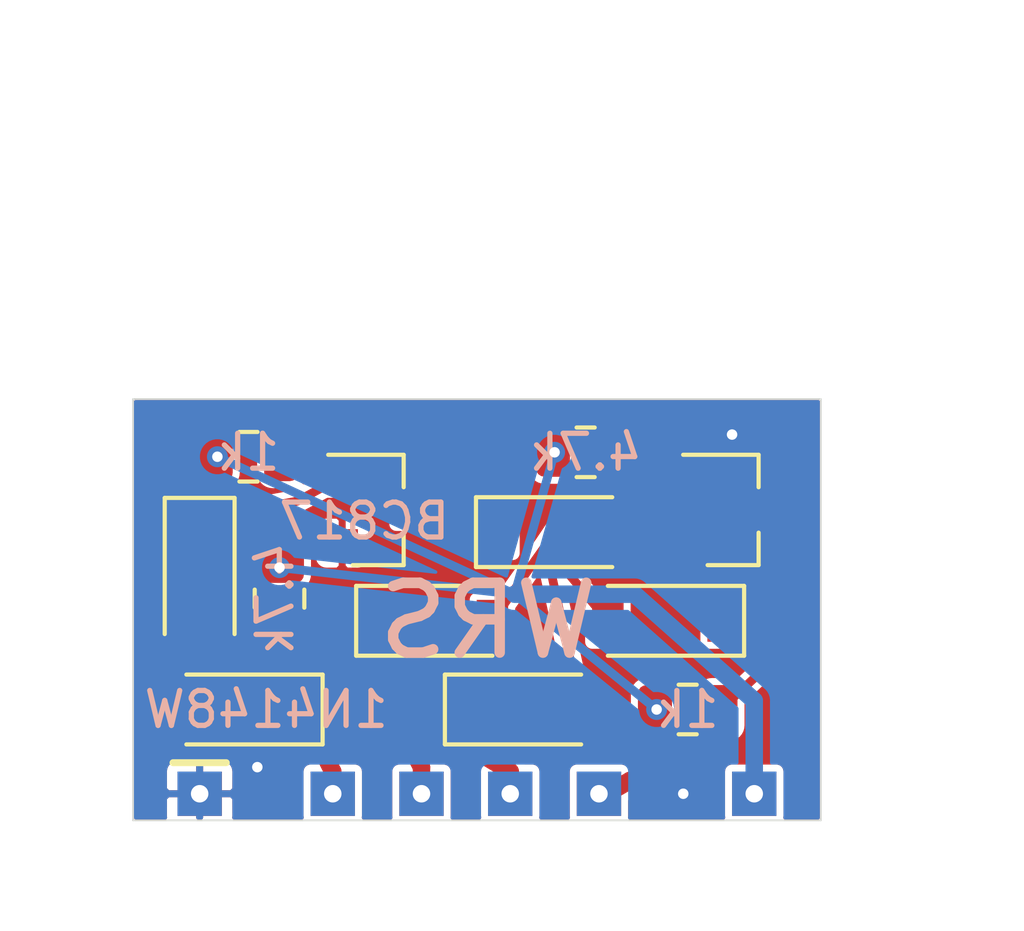
<source format=kicad_pcb>
(kicad_pcb (version 20171130) (host pcbnew 5.1.5+dfsg1-2build2)

  (general
    (thickness 0.8)
    (drawings 7)
    (tracks 44)
    (zones 0)
    (modules 13)
    (nets 12)
  )

  (page A4)
  (layers
    (0 F.Cu signal)
    (31 B.Cu signal)
    (32 B.Adhes user)
    (33 F.Adhes user)
    (34 B.Paste user)
    (35 F.Paste user)
    (36 B.SilkS user)
    (37 F.SilkS user)
    (38 B.Mask user)
    (39 F.Mask user)
    (40 Dwgs.User user)
    (41 Cmts.User user)
    (42 Eco1.User user)
    (43 Eco2.User user)
    (44 Edge.Cuts user)
    (45 Margin user)
    (46 B.CrtYd user)
    (47 F.CrtYd user)
    (48 B.Fab user)
    (49 F.Fab user)
  )

  (setup
    (last_trace_width 0.25)
    (user_trace_width 0.3)
    (user_trace_width 0.5)
    (trace_clearance 0.2)
    (zone_clearance 0)
    (zone_45_only no)
    (trace_min 0.2)
    (via_size 0.8)
    (via_drill 0.4)
    (via_min_size 0.4)
    (via_min_drill 0.3)
    (user_via 0.6 0.3)
    (uvia_size 0.3)
    (uvia_drill 0.1)
    (uvias_allowed no)
    (uvia_min_size 0.2)
    (uvia_min_drill 0.1)
    (edge_width 0.05)
    (segment_width 0.2)
    (pcb_text_width 0.3)
    (pcb_text_size 1.5 1.5)
    (mod_edge_width 0.12)
    (mod_text_size 1 1)
    (mod_text_width 0.15)
    (pad_size 1.7 3)
    (pad_drill 0.7)
    (pad_to_mask_clearance 0.051)
    (solder_mask_min_width 0.25)
    (aux_axis_origin 0 0)
    (grid_origin 107.95 120.65)
    (visible_elements FFFFF77F)
    (pcbplotparams
      (layerselection 0x010fc_ffffffff)
      (usegerberextensions true)
      (usegerberattributes false)
      (usegerberadvancedattributes false)
      (creategerberjobfile false)
      (excludeedgelayer true)
      (linewidth 0.100000)
      (plotframeref false)
      (viasonmask false)
      (mode 1)
      (useauxorigin false)
      (hpglpennumber 1)
      (hpglpenspeed 20)
      (hpglpendiameter 15.000000)
      (psnegative false)
      (psa4output false)
      (plotreference true)
      (plotvalue true)
      (plotinvisibletext false)
      (padsonsilk false)
      (subtractmaskfromsilk true)
      (outputformat 1)
      (mirror false)
      (drillshape 0)
      (scaleselection 1)
      (outputdirectory "gerber/"))
  )

  (net 0 "")
  (net 1 "Net-(D1-Pad2)")
  (net 2 "Net-(D3-Pad2)")
  (net 3 WRN)
  (net 4 "Net-(D2-Pad1)")
  (net 5 "Net-(D3-Pad1)")
  (net 6 WR)
  (net 7 "Net-(D5-Pad1)")
  (net 8 S)
  (net 9 GND)
  (net 10 SOUT)
  (net 11 +5V)

  (net_class Default "This is the default net class."
    (clearance 0.2)
    (trace_width 0.25)
    (via_dia 0.8)
    (via_drill 0.4)
    (uvia_dia 0.3)
    (uvia_drill 0.1)
    (add_net +5V)
    (add_net GND)
    (add_net "Net-(D1-Pad2)")
    (add_net "Net-(D2-Pad1)")
    (add_net "Net-(D3-Pad1)")
    (add_net "Net-(D3-Pad2)")
    (add_net "Net-(D5-Pad1)")
    (add_net S)
    (add_net SOUT)
    (add_net WR)
    (add_net WRN)
  )

  (module plc88:wrs_im (layer F.Cu) (tedit 63942079) (tstamp 6380BF53)
    (at 115.57 117.348)
    (path /63807C34)
    (fp_text reference J1 (at 0 0.5) (layer F.SilkS) hide
      (effects (font (size 1 1) (thickness 0.15)))
    )
    (fp_text value wrs_i (at 0 -0.5) (layer F.Fab) hide
      (effects (font (size 1 1) (thickness 0.15)))
    )
    (fp_line (start -6.477 1.651) (end -4.953 1.651) (layer F.SilkS) (width 0.2))
    (fp_line (start -7.62 3.175) (end -7.62 1.905) (layer F.CrtYd) (width 0.12))
    (fp_line (start 12.065 3.175) (end -7.62 3.175) (layer F.CrtYd) (width 0.12))
    (fp_line (start 12.065 1.905) (end 12.065 3.175) (layer F.CrtYd) (width 0.12))
    (fp_line (start -7.62 1.905) (end 12.065 1.905) (layer F.CrtYd) (width 0.12))
    (pad 6 thru_hole rect (at 10.16 2.54) (size 1.27 1.27) (drill 0.5) (layers *.Cu *.Mask)
      (net 11 +5V))
    (pad 5 thru_hole rect (at 5.715 2.54) (size 1.27 1.27) (drill 0.5) (layers *.Cu *.Mask)
      (net 10 SOUT))
    (pad 4 thru_hole rect (at 3.175 2.54) (size 1.27 1.27) (drill 0.5) (layers *.Cu *.Mask)
      (net 8 S))
    (pad 3 thru_hole rect (at 0.635 2.54) (size 1.27 1.27) (drill 0.5) (layers *.Cu *.Mask)
      (net 6 WR))
    (pad 2 thru_hole rect (at -1.905 2.54) (size 1.27 1.27) (drill 0.5) (layers *.Cu *.Mask)
      (net 3 WRN))
    (pad 1 thru_hole rect (at -5.715 2.54) (size 1.27 1.27) (drill 0.5) (layers *.Cu *.Mask)
      (net 9 GND))
  )

  (module Resistor_SMD:R_0805_2012Metric (layer F.Cu) (tedit 5B36C52B) (tstamp 634CA479)
    (at 123.825 117.475)
    (descr "Resistor SMD 0805 (2012 Metric), square (rectangular) end terminal, IPC_7351 nominal, (Body size source: https://docs.google.com/spreadsheets/d/1BsfQQcO9C6DZCsRaXUlFlo91Tg2WpOkGARC1WS5S8t0/edit?usp=sharing), generated with kicad-footprint-generator")
    (tags resistor)
    (path /634C593F)
    (attr smd)
    (fp_text reference R4 (at 0 -1.65) (layer F.SilkS) hide
      (effects (font (size 1 1) (thickness 0.15)))
    )
    (fp_text value 1k (at 0 0) (layer B.SilkS)
      (effects (font (size 1 1) (thickness 0.15)) (justify mirror))
    )
    (fp_text user %R (at 0 0) (layer F.Fab) hide
      (effects (font (size 0.5 0.5) (thickness 0.08)))
    )
    (fp_line (start 1.68 0.95) (end -1.68 0.95) (layer F.CrtYd) (width 0.05))
    (fp_line (start 1.68 -0.95) (end 1.68 0.95) (layer F.CrtYd) (width 0.05))
    (fp_line (start -1.68 -0.95) (end 1.68 -0.95) (layer F.CrtYd) (width 0.05))
    (fp_line (start -1.68 0.95) (end -1.68 -0.95) (layer F.CrtYd) (width 0.05))
    (fp_line (start -0.258578 0.71) (end 0.258578 0.71) (layer F.SilkS) (width 0.12))
    (fp_line (start -0.258578 -0.71) (end 0.258578 -0.71) (layer F.SilkS) (width 0.12))
    (fp_line (start 1 0.6) (end -1 0.6) (layer F.Fab) (width 0.1))
    (fp_line (start 1 -0.6) (end 1 0.6) (layer F.Fab) (width 0.1))
    (fp_line (start -1 -0.6) (end 1 -0.6) (layer F.Fab) (width 0.1))
    (fp_line (start -1 0.6) (end -1 -0.6) (layer F.Fab) (width 0.1))
    (pad 2 smd roundrect (at 0.9375 0) (size 0.975 1.4) (layers F.Cu F.Paste F.Mask) (roundrect_rratio 0.25)
      (net 10 SOUT))
    (pad 1 smd roundrect (at -0.9375 0) (size 0.975 1.4) (layers F.Cu F.Paste F.Mask) (roundrect_rratio 0.25)
      (net 11 +5V))
    (model ${KISYS3DMOD}/Resistor_SMD.3dshapes/R_0805_2012Metric.wrl
      (at (xyz 0 0 0))
      (scale (xyz 1 1 1))
      (rotate (xyz 0 0 0))
    )
  )

  (module Resistor_SMD:R_0805_2012Metric (layer F.Cu) (tedit 5B36C52B) (tstamp 634CA468)
    (at 120.904 110.109)
    (descr "Resistor SMD 0805 (2012 Metric), square (rectangular) end terminal, IPC_7351 nominal, (Body size source: https://docs.google.com/spreadsheets/d/1BsfQQcO9C6DZCsRaXUlFlo91Tg2WpOkGARC1WS5S8t0/edit?usp=sharing), generated with kicad-footprint-generator")
    (tags resistor)
    (path /634C57C3)
    (attr smd)
    (fp_text reference R3 (at 0 -1.65) (layer F.SilkS) hide
      (effects (font (size 1 1) (thickness 0.15)))
    )
    (fp_text value 4.7k (at 0 0) (layer B.SilkS)
      (effects (font (size 1 1) (thickness 0.15)) (justify mirror))
    )
    (fp_text user %R (at 0 0) (layer F.Fab) hide
      (effects (font (size 0.5 0.5) (thickness 0.08)))
    )
    (fp_line (start 1.68 0.95) (end -1.68 0.95) (layer F.CrtYd) (width 0.05))
    (fp_line (start 1.68 -0.95) (end 1.68 0.95) (layer F.CrtYd) (width 0.05))
    (fp_line (start -1.68 -0.95) (end 1.68 -0.95) (layer F.CrtYd) (width 0.05))
    (fp_line (start -1.68 0.95) (end -1.68 -0.95) (layer F.CrtYd) (width 0.05))
    (fp_line (start -0.258578 0.71) (end 0.258578 0.71) (layer F.SilkS) (width 0.12))
    (fp_line (start -0.258578 -0.71) (end 0.258578 -0.71) (layer F.SilkS) (width 0.12))
    (fp_line (start 1 0.6) (end -1 0.6) (layer F.Fab) (width 0.1))
    (fp_line (start 1 -0.6) (end 1 0.6) (layer F.Fab) (width 0.1))
    (fp_line (start -1 -0.6) (end 1 -0.6) (layer F.Fab) (width 0.1))
    (fp_line (start -1 0.6) (end -1 -0.6) (layer F.Fab) (width 0.1))
    (pad 2 smd roundrect (at 0.9375 0) (size 0.975 1.4) (layers F.Cu F.Paste F.Mask) (roundrect_rratio 0.25)
      (net 2 "Net-(D3-Pad2)"))
    (pad 1 smd roundrect (at -0.9375 0) (size 0.975 1.4) (layers F.Cu F.Paste F.Mask) (roundrect_rratio 0.25)
      (net 11 +5V))
    (model ${KISYS3DMOD}/Resistor_SMD.3dshapes/R_0805_2012Metric.wrl
      (at (xyz 0 0 0))
      (scale (xyz 1 1 1))
      (rotate (xyz 0 0 0))
    )
  )

  (module Resistor_SMD:R_0805_2012Metric (layer F.Cu) (tedit 5B36C52B) (tstamp 634CA457)
    (at 111.252 110.236)
    (descr "Resistor SMD 0805 (2012 Metric), square (rectangular) end terminal, IPC_7351 nominal, (Body size source: https://docs.google.com/spreadsheets/d/1BsfQQcO9C6DZCsRaXUlFlo91Tg2WpOkGARC1WS5S8t0/edit?usp=sharing), generated with kicad-footprint-generator")
    (tags resistor)
    (path /634C50C2)
    (attr smd)
    (fp_text reference R2 (at 0 -1.65) (layer F.SilkS) hide
      (effects (font (size 1 1) (thickness 0.15)))
    )
    (fp_text value 1k (at 0 -0.127) (layer B.SilkS)
      (effects (font (size 1 1) (thickness 0.15)) (justify mirror))
    )
    (fp_text user %R (at 0 0) (layer F.Fab) hide
      (effects (font (size 0.5 0.5) (thickness 0.08)))
    )
    (fp_line (start 1.68 0.95) (end -1.68 0.95) (layer F.CrtYd) (width 0.05))
    (fp_line (start 1.68 -0.95) (end 1.68 0.95) (layer F.CrtYd) (width 0.05))
    (fp_line (start -1.68 -0.95) (end 1.68 -0.95) (layer F.CrtYd) (width 0.05))
    (fp_line (start -1.68 0.95) (end -1.68 -0.95) (layer F.CrtYd) (width 0.05))
    (fp_line (start -0.258578 0.71) (end 0.258578 0.71) (layer F.SilkS) (width 0.12))
    (fp_line (start -0.258578 -0.71) (end 0.258578 -0.71) (layer F.SilkS) (width 0.12))
    (fp_line (start 1 0.6) (end -1 0.6) (layer F.Fab) (width 0.1))
    (fp_line (start 1 -0.6) (end 1 0.6) (layer F.Fab) (width 0.1))
    (fp_line (start -1 -0.6) (end 1 -0.6) (layer F.Fab) (width 0.1))
    (fp_line (start -1 0.6) (end -1 -0.6) (layer F.Fab) (width 0.1))
    (pad 2 smd roundrect (at 0.9375 0) (size 0.975 1.4) (layers F.Cu F.Paste F.Mask) (roundrect_rratio 0.25)
      (net 5 "Net-(D3-Pad1)"))
    (pad 1 smd roundrect (at -0.9375 0) (size 0.975 1.4) (layers F.Cu F.Paste F.Mask) (roundrect_rratio 0.25)
      (net 11 +5V))
    (model ${KISYS3DMOD}/Resistor_SMD.3dshapes/R_0805_2012Metric.wrl
      (at (xyz 0 0 0))
      (scale (xyz 1 1 1))
      (rotate (xyz 0 0 0))
    )
  )

  (module Resistor_SMD:R_0805_2012Metric (layer F.Cu) (tedit 5B36C52B) (tstamp 634CA446)
    (at 112.141 114.3 270)
    (descr "Resistor SMD 0805 (2012 Metric), square (rectangular) end terminal, IPC_7351 nominal, (Body size source: https://docs.google.com/spreadsheets/d/1BsfQQcO9C6DZCsRaXUlFlo91Tg2WpOkGARC1WS5S8t0/edit?usp=sharing), generated with kicad-footprint-generator")
    (tags resistor)
    (path /634C4DD5)
    (attr smd)
    (fp_text reference R1 (at 0 -1.65 90) (layer F.SilkS) hide
      (effects (font (size 1 1) (thickness 0.15)))
    )
    (fp_text value 4.7k (at 0 0.127 90) (layer B.SilkS)
      (effects (font (size 1 1) (thickness 0.15)) (justify mirror))
    )
    (fp_text user %R (at 0 0 90) (layer F.Fab) hide
      (effects (font (size 0.5 0.5) (thickness 0.08)))
    )
    (fp_line (start 1.68 0.95) (end -1.68 0.95) (layer F.CrtYd) (width 0.05))
    (fp_line (start 1.68 -0.95) (end 1.68 0.95) (layer F.CrtYd) (width 0.05))
    (fp_line (start -1.68 -0.95) (end 1.68 -0.95) (layer F.CrtYd) (width 0.05))
    (fp_line (start -1.68 0.95) (end -1.68 -0.95) (layer F.CrtYd) (width 0.05))
    (fp_line (start -0.258578 0.71) (end 0.258578 0.71) (layer F.SilkS) (width 0.12))
    (fp_line (start -0.258578 -0.71) (end 0.258578 -0.71) (layer F.SilkS) (width 0.12))
    (fp_line (start 1 0.6) (end -1 0.6) (layer F.Fab) (width 0.1))
    (fp_line (start 1 -0.6) (end 1 0.6) (layer F.Fab) (width 0.1))
    (fp_line (start -1 -0.6) (end 1 -0.6) (layer F.Fab) (width 0.1))
    (fp_line (start -1 0.6) (end -1 -0.6) (layer F.Fab) (width 0.1))
    (pad 2 smd roundrect (at 0.9375 0 270) (size 0.975 1.4) (layers F.Cu F.Paste F.Mask) (roundrect_rratio 0.25)
      (net 1 "Net-(D1-Pad2)"))
    (pad 1 smd roundrect (at -0.9375 0 270) (size 0.975 1.4) (layers F.Cu F.Paste F.Mask) (roundrect_rratio 0.25)
      (net 11 +5V))
    (model ${KISYS3DMOD}/Resistor_SMD.3dshapes/R_0805_2012Metric.wrl
      (at (xyz 0 0 0))
      (scale (xyz 1 1 1))
      (rotate (xyz 0 0 0))
    )
  )

  (module Diode_SMD:D_SOD-123 (layer F.Cu) (tedit 58645DC7) (tstamp 634CA8BA)
    (at 119.125 117.475)
    (descr SOD-123)
    (tags SOD-123)
    (path /634D5A00)
    (attr smd)
    (fp_text reference D6 (at 0 -1.905) (layer F.SilkS) hide
      (effects (font (size 1 1) (thickness 0.15)))
    )
    (fp_text value 1N4148W (at 0 2.1) (layer F.Fab) hide
      (effects (font (size 1 1) (thickness 0.15)))
    )
    (fp_line (start -2.25 -1) (end 1.65 -1) (layer F.SilkS) (width 0.12))
    (fp_line (start -2.25 1) (end 1.65 1) (layer F.SilkS) (width 0.12))
    (fp_line (start -2.35 -1.15) (end -2.35 1.15) (layer F.CrtYd) (width 0.05))
    (fp_line (start 2.35 1.15) (end -2.35 1.15) (layer F.CrtYd) (width 0.05))
    (fp_line (start 2.35 -1.15) (end 2.35 1.15) (layer F.CrtYd) (width 0.05))
    (fp_line (start -2.35 -1.15) (end 2.35 -1.15) (layer F.CrtYd) (width 0.05))
    (fp_line (start -1.4 -0.9) (end 1.4 -0.9) (layer F.Fab) (width 0.1))
    (fp_line (start 1.4 -0.9) (end 1.4 0.9) (layer F.Fab) (width 0.1))
    (fp_line (start 1.4 0.9) (end -1.4 0.9) (layer F.Fab) (width 0.1))
    (fp_line (start -1.4 0.9) (end -1.4 -0.9) (layer F.Fab) (width 0.1))
    (fp_line (start -0.75 0) (end -0.35 0) (layer F.Fab) (width 0.1))
    (fp_line (start -0.35 0) (end -0.35 -0.55) (layer F.Fab) (width 0.1))
    (fp_line (start -0.35 0) (end -0.35 0.55) (layer F.Fab) (width 0.1))
    (fp_line (start -0.35 0) (end 0.25 -0.4) (layer F.Fab) (width 0.1))
    (fp_line (start 0.25 -0.4) (end 0.25 0.4) (layer F.Fab) (width 0.1))
    (fp_line (start 0.25 0.4) (end -0.35 0) (layer F.Fab) (width 0.1))
    (fp_line (start 0.25 0) (end 0.75 0) (layer F.Fab) (width 0.1))
    (fp_line (start -2.25 -1) (end -2.25 1) (layer F.SilkS) (width 0.12))
    (fp_text user %R (at 0 -2) (layer F.Fab) hide
      (effects (font (size 1 1) (thickness 0.15)))
    )
    (pad 2 smd rect (at 1.65 0) (size 0.9 1.2) (layers F.Cu F.Paste F.Mask)
      (net 2 "Net-(D3-Pad2)"))
    (pad 1 smd rect (at -1.65 0) (size 0.9 1.2) (layers F.Cu F.Paste F.Mask)
      (net 8 S))
    (model ${KISYS3DMOD}/Diode_SMD.3dshapes/D_SOD-123.wrl
      (at (xyz 0 0 0))
      (scale (xyz 1 1 1))
      (rotate (xyz 0 0 0))
    )
  )

  (module Diode_SMD:D_SOD-123 (layer F.Cu) (tedit 58645DC7) (tstamp 634CA8A1)
    (at 123.19 114.935 180)
    (descr SOD-123)
    (tags SOD-123)
    (path /634D5DD3)
    (attr smd)
    (fp_text reference D5 (at 0 -2) (layer F.SilkS) hide
      (effects (font (size 1 1) (thickness 0.15)))
    )
    (fp_text value 1N4148W (at 0 2.1) (layer F.Fab) hide
      (effects (font (size 1 1) (thickness 0.15)))
    )
    (fp_line (start -2.25 -1) (end 1.65 -1) (layer F.SilkS) (width 0.12))
    (fp_line (start -2.25 1) (end 1.65 1) (layer F.SilkS) (width 0.12))
    (fp_line (start -2.35 -1.15) (end -2.35 1.15) (layer F.CrtYd) (width 0.05))
    (fp_line (start 2.35 1.15) (end -2.35 1.15) (layer F.CrtYd) (width 0.05))
    (fp_line (start 2.35 -1.15) (end 2.35 1.15) (layer F.CrtYd) (width 0.05))
    (fp_line (start -2.35 -1.15) (end 2.35 -1.15) (layer F.CrtYd) (width 0.05))
    (fp_line (start -1.4 -0.9) (end 1.4 -0.9) (layer F.Fab) (width 0.1))
    (fp_line (start 1.4 -0.9) (end 1.4 0.9) (layer F.Fab) (width 0.1))
    (fp_line (start 1.4 0.9) (end -1.4 0.9) (layer F.Fab) (width 0.1))
    (fp_line (start -1.4 0.9) (end -1.4 -0.9) (layer F.Fab) (width 0.1))
    (fp_line (start -0.75 0) (end -0.35 0) (layer F.Fab) (width 0.1))
    (fp_line (start -0.35 0) (end -0.35 -0.55) (layer F.Fab) (width 0.1))
    (fp_line (start -0.35 0) (end -0.35 0.55) (layer F.Fab) (width 0.1))
    (fp_line (start -0.35 0) (end 0.25 -0.4) (layer F.Fab) (width 0.1))
    (fp_line (start 0.25 -0.4) (end 0.25 0.4) (layer F.Fab) (width 0.1))
    (fp_line (start 0.25 0.4) (end -0.35 0) (layer F.Fab) (width 0.1))
    (fp_line (start 0.25 0) (end 0.75 0) (layer F.Fab) (width 0.1))
    (fp_line (start -2.25 -1) (end -2.25 1) (layer F.SilkS) (width 0.12))
    (fp_text user %R (at 0 -2) (layer F.Fab) hide
      (effects (font (size 1 1) (thickness 0.15)))
    )
    (pad 2 smd rect (at 1.65 0 180) (size 0.9 1.2) (layers F.Cu F.Paste F.Mask)
      (net 2 "Net-(D3-Pad2)"))
    (pad 1 smd rect (at -1.65 0 180) (size 0.9 1.2) (layers F.Cu F.Paste F.Mask)
      (net 7 "Net-(D5-Pad1)"))
    (model ${KISYS3DMOD}/Diode_SMD.3dshapes/D_SOD-123.wrl
      (at (xyz 0 0 0))
      (scale (xyz 1 1 1))
      (rotate (xyz 0 0 0))
    )
  )

  (module Diode_SMD:D_SOD-123 (layer F.Cu) (tedit 58645DC7) (tstamp 634CA888)
    (at 116.585 114.935)
    (descr SOD-123)
    (tags SOD-123)
    (path /634D4FD3)
    (attr smd)
    (fp_text reference D4 (at 0 -2) (layer F.SilkS) hide
      (effects (font (size 1 1) (thickness 0.15)))
    )
    (fp_text value 1N4148W (at 0 2.1) (layer F.Fab) hide
      (effects (font (size 1 1) (thickness 0.15)))
    )
    (fp_line (start -2.25 -1) (end 1.65 -1) (layer F.SilkS) (width 0.12))
    (fp_line (start -2.25 1) (end 1.65 1) (layer F.SilkS) (width 0.12))
    (fp_line (start -2.35 -1.15) (end -2.35 1.15) (layer F.CrtYd) (width 0.05))
    (fp_line (start 2.35 1.15) (end -2.35 1.15) (layer F.CrtYd) (width 0.05))
    (fp_line (start 2.35 -1.15) (end 2.35 1.15) (layer F.CrtYd) (width 0.05))
    (fp_line (start -2.35 -1.15) (end 2.35 -1.15) (layer F.CrtYd) (width 0.05))
    (fp_line (start -1.4 -0.9) (end 1.4 -0.9) (layer F.Fab) (width 0.1))
    (fp_line (start 1.4 -0.9) (end 1.4 0.9) (layer F.Fab) (width 0.1))
    (fp_line (start 1.4 0.9) (end -1.4 0.9) (layer F.Fab) (width 0.1))
    (fp_line (start -1.4 0.9) (end -1.4 -0.9) (layer F.Fab) (width 0.1))
    (fp_line (start -0.75 0) (end -0.35 0) (layer F.Fab) (width 0.1))
    (fp_line (start -0.35 0) (end -0.35 -0.55) (layer F.Fab) (width 0.1))
    (fp_line (start -0.35 0) (end -0.35 0.55) (layer F.Fab) (width 0.1))
    (fp_line (start -0.35 0) (end 0.25 -0.4) (layer F.Fab) (width 0.1))
    (fp_line (start 0.25 -0.4) (end 0.25 0.4) (layer F.Fab) (width 0.1))
    (fp_line (start 0.25 0.4) (end -0.35 0) (layer F.Fab) (width 0.1))
    (fp_line (start 0.25 0) (end 0.75 0) (layer F.Fab) (width 0.1))
    (fp_line (start -2.25 -1) (end -2.25 1) (layer F.SilkS) (width 0.12))
    (fp_text user %R (at 0 -2) (layer F.Fab) hide
      (effects (font (size 1 1) (thickness 0.15)))
    )
    (pad 2 smd rect (at 1.65 0) (size 0.9 1.2) (layers F.Cu F.Paste F.Mask)
      (net 2 "Net-(D3-Pad2)"))
    (pad 1 smd rect (at -1.65 0) (size 0.9 1.2) (layers F.Cu F.Paste F.Mask)
      (net 6 WR))
    (model ${KISYS3DMOD}/Diode_SMD.3dshapes/D_SOD-123.wrl
      (at (xyz 0 0 0))
      (scale (xyz 1 1 1))
      (rotate (xyz 0 0 0))
    )
  )

  (module Diode_SMD:D_SOD-123 (layer F.Cu) (tedit 58645DC7) (tstamp 634CA86F)
    (at 120.015 112.395)
    (descr SOD-123)
    (tags SOD-123)
    (path /634D4AE4)
    (attr smd)
    (fp_text reference D3 (at 0 -2) (layer F.SilkS) hide
      (effects (font (size 1 1) (thickness 0.15)))
    )
    (fp_text value 1N4148W (at 0 2.1) (layer F.Fab) hide
      (effects (font (size 1 1) (thickness 0.15)))
    )
    (fp_line (start -2.25 -1) (end 1.65 -1) (layer F.SilkS) (width 0.12))
    (fp_line (start -2.25 1) (end 1.65 1) (layer F.SilkS) (width 0.12))
    (fp_line (start -2.35 -1.15) (end -2.35 1.15) (layer F.CrtYd) (width 0.05))
    (fp_line (start 2.35 1.15) (end -2.35 1.15) (layer F.CrtYd) (width 0.05))
    (fp_line (start 2.35 -1.15) (end 2.35 1.15) (layer F.CrtYd) (width 0.05))
    (fp_line (start -2.35 -1.15) (end 2.35 -1.15) (layer F.CrtYd) (width 0.05))
    (fp_line (start -1.4 -0.9) (end 1.4 -0.9) (layer F.Fab) (width 0.1))
    (fp_line (start 1.4 -0.9) (end 1.4 0.9) (layer F.Fab) (width 0.1))
    (fp_line (start 1.4 0.9) (end -1.4 0.9) (layer F.Fab) (width 0.1))
    (fp_line (start -1.4 0.9) (end -1.4 -0.9) (layer F.Fab) (width 0.1))
    (fp_line (start -0.75 0) (end -0.35 0) (layer F.Fab) (width 0.1))
    (fp_line (start -0.35 0) (end -0.35 -0.55) (layer F.Fab) (width 0.1))
    (fp_line (start -0.35 0) (end -0.35 0.55) (layer F.Fab) (width 0.1))
    (fp_line (start -0.35 0) (end 0.25 -0.4) (layer F.Fab) (width 0.1))
    (fp_line (start 0.25 -0.4) (end 0.25 0.4) (layer F.Fab) (width 0.1))
    (fp_line (start 0.25 0.4) (end -0.35 0) (layer F.Fab) (width 0.1))
    (fp_line (start 0.25 0) (end 0.75 0) (layer F.Fab) (width 0.1))
    (fp_line (start -2.25 -1) (end -2.25 1) (layer F.SilkS) (width 0.12))
    (fp_text user %R (at 0 -2) (layer F.Fab) hide
      (effects (font (size 1 1) (thickness 0.15)))
    )
    (pad 2 smd rect (at 1.65 0) (size 0.9 1.2) (layers F.Cu F.Paste F.Mask)
      (net 2 "Net-(D3-Pad2)"))
    (pad 1 smd rect (at -1.65 0) (size 0.9 1.2) (layers F.Cu F.Paste F.Mask)
      (net 5 "Net-(D3-Pad1)"))
    (model ${KISYS3DMOD}/Diode_SMD.3dshapes/D_SOD-123.wrl
      (at (xyz 0 0 0))
      (scale (xyz 1 1 1))
      (rotate (xyz 0 0 0))
    )
  )

  (module Diode_SMD:D_SOD-123 (layer F.Cu) (tedit 58645DC7) (tstamp 634CA83E)
    (at 111.125 117.475 180)
    (descr SOD-123)
    (tags SOD-123)
    (path /634D49B2)
    (attr smd)
    (fp_text reference D1 (at 0 1.905) (layer F.SilkS) hide
      (effects (font (size 1 1) (thickness 0.15)))
    )
    (fp_text value 1N4148W (at -0.635 0) (layer B.SilkS)
      (effects (font (size 1 1) (thickness 0.15)) (justify mirror))
    )
    (fp_line (start -2.25 -1) (end 1.65 -1) (layer F.SilkS) (width 0.12))
    (fp_line (start -2.25 1) (end 1.65 1) (layer F.SilkS) (width 0.12))
    (fp_line (start -2.35 -1.15) (end -2.35 1.15) (layer F.CrtYd) (width 0.05))
    (fp_line (start 2.35 1.15) (end -2.35 1.15) (layer F.CrtYd) (width 0.05))
    (fp_line (start 2.35 -1.15) (end 2.35 1.15) (layer F.CrtYd) (width 0.05))
    (fp_line (start -2.35 -1.15) (end 2.35 -1.15) (layer F.CrtYd) (width 0.05))
    (fp_line (start -1.4 -0.9) (end 1.4 -0.9) (layer F.Fab) (width 0.1))
    (fp_line (start 1.4 -0.9) (end 1.4 0.9) (layer F.Fab) (width 0.1))
    (fp_line (start 1.4 0.9) (end -1.4 0.9) (layer F.Fab) (width 0.1))
    (fp_line (start -1.4 0.9) (end -1.4 -0.9) (layer F.Fab) (width 0.1))
    (fp_line (start -0.75 0) (end -0.35 0) (layer F.Fab) (width 0.1))
    (fp_line (start -0.35 0) (end -0.35 -0.55) (layer F.Fab) (width 0.1))
    (fp_line (start -0.35 0) (end -0.35 0.55) (layer F.Fab) (width 0.1))
    (fp_line (start -0.35 0) (end 0.25 -0.4) (layer F.Fab) (width 0.1))
    (fp_line (start 0.25 -0.4) (end 0.25 0.4) (layer F.Fab) (width 0.1))
    (fp_line (start 0.25 0.4) (end -0.35 0) (layer F.Fab) (width 0.1))
    (fp_line (start 0.25 0) (end 0.75 0) (layer F.Fab) (width 0.1))
    (fp_line (start -2.25 -1) (end -2.25 1) (layer F.SilkS) (width 0.12))
    (fp_text user %R (at 0 -2) (layer F.Fab) hide
      (effects (font (size 1 1) (thickness 0.15)))
    )
    (pad 2 smd rect (at 1.65 0 180) (size 0.9 1.2) (layers F.Cu F.Paste F.Mask)
      (net 1 "Net-(D1-Pad2)"))
    (pad 1 smd rect (at -1.65 0 180) (size 0.9 1.2) (layers F.Cu F.Paste F.Mask)
      (net 3 WRN))
    (model ${KISYS3DMOD}/Diode_SMD.3dshapes/D_SOD-123.wrl
      (at (xyz 0 0 0))
      (scale (xyz 1 1 1))
      (rotate (xyz 0 0 0))
    )
  )

  (module Package_TO_SOT_SMD:SOT-23 (layer F.Cu) (tedit 5A02FF57) (tstamp 634CA435)
    (at 125.095 111.76)
    (descr "SOT-23, Standard")
    (tags SOT-23)
    (path /634C6557)
    (attr smd)
    (fp_text reference Q2 (at 0 -2.5) (layer F.SilkS) hide
      (effects (font (size 1 1) (thickness 0.15)))
    )
    (fp_text value BC817 (at 0 2.5) (layer F.Fab) hide
      (effects (font (size 1 1) (thickness 0.15)))
    )
    (fp_line (start 0.76 1.58) (end -0.7 1.58) (layer F.SilkS) (width 0.12))
    (fp_line (start 0.76 -1.58) (end -1.4 -1.58) (layer F.SilkS) (width 0.12))
    (fp_line (start -1.7 1.75) (end -1.7 -1.75) (layer F.CrtYd) (width 0.05))
    (fp_line (start 1.7 1.75) (end -1.7 1.75) (layer F.CrtYd) (width 0.05))
    (fp_line (start 1.7 -1.75) (end 1.7 1.75) (layer F.CrtYd) (width 0.05))
    (fp_line (start -1.7 -1.75) (end 1.7 -1.75) (layer F.CrtYd) (width 0.05))
    (fp_line (start 0.76 -1.58) (end 0.76 -0.65) (layer F.SilkS) (width 0.12))
    (fp_line (start 0.76 1.58) (end 0.76 0.65) (layer F.SilkS) (width 0.12))
    (fp_line (start -0.7 1.52) (end 0.7 1.52) (layer F.Fab) (width 0.1))
    (fp_line (start 0.7 -1.52) (end 0.7 1.52) (layer F.Fab) (width 0.1))
    (fp_line (start -0.7 -0.95) (end -0.15 -1.52) (layer F.Fab) (width 0.1))
    (fp_line (start -0.15 -1.52) (end 0.7 -1.52) (layer F.Fab) (width 0.1))
    (fp_line (start -0.7 -0.95) (end -0.7 1.5) (layer F.Fab) (width 0.1))
    (fp_text user %R (at 0 0 90) (layer F.Fab) hide
      (effects (font (size 0.5 0.5) (thickness 0.075)))
    )
    (pad 3 smd rect (at 1 0) (size 0.9 0.8) (layers F.Cu F.Paste F.Mask)
      (net 10 SOUT))
    (pad 2 smd rect (at -1 0.95) (size 0.9 0.8) (layers F.Cu F.Paste F.Mask)
      (net 9 GND))
    (pad 1 smd rect (at -1 -0.95) (size 0.9 0.8) (layers F.Cu F.Paste F.Mask)
      (net 7 "Net-(D5-Pad1)"))
    (model ${KISYS3DMOD}/Package_TO_SOT_SMD.3dshapes/SOT-23.wrl
      (at (xyz 0 0 0))
      (scale (xyz 1 1 1))
      (rotate (xyz 0 0 0))
    )
  )

  (module Package_TO_SOT_SMD:SOT-23 (layer F.Cu) (tedit 5A02FF57) (tstamp 634CA420)
    (at 114.935 111.76)
    (descr "SOT-23, Standard")
    (tags SOT-23)
    (path /634C5EE4)
    (attr smd)
    (fp_text reference Q1 (at 0 -2.5) (layer F.SilkS) hide
      (effects (font (size 1 1) (thickness 0.15)))
    )
    (fp_text value BC817 (at -0.365 0.32) (layer B.SilkS)
      (effects (font (size 1 1) (thickness 0.15)) (justify mirror))
    )
    (fp_line (start 0.76 1.58) (end -0.7 1.58) (layer F.SilkS) (width 0.12))
    (fp_line (start 0.76 -1.58) (end -1.4 -1.58) (layer F.SilkS) (width 0.12))
    (fp_line (start -1.7 1.75) (end -1.7 -1.75) (layer F.CrtYd) (width 0.05))
    (fp_line (start 1.7 1.75) (end -1.7 1.75) (layer F.CrtYd) (width 0.05))
    (fp_line (start 1.7 -1.75) (end 1.7 1.75) (layer F.CrtYd) (width 0.05))
    (fp_line (start -1.7 -1.75) (end 1.7 -1.75) (layer F.CrtYd) (width 0.05))
    (fp_line (start 0.76 -1.58) (end 0.76 -0.65) (layer F.SilkS) (width 0.12))
    (fp_line (start 0.76 1.58) (end 0.76 0.65) (layer F.SilkS) (width 0.12))
    (fp_line (start -0.7 1.52) (end 0.7 1.52) (layer F.Fab) (width 0.1))
    (fp_line (start 0.7 -1.52) (end 0.7 1.52) (layer F.Fab) (width 0.1))
    (fp_line (start -0.7 -0.95) (end -0.15 -1.52) (layer F.Fab) (width 0.1))
    (fp_line (start -0.15 -1.52) (end 0.7 -1.52) (layer F.Fab) (width 0.1))
    (fp_line (start -0.7 -0.95) (end -0.7 1.5) (layer F.Fab) (width 0.1))
    (fp_text user %R (at 0 0 90) (layer F.Fab) hide
      (effects (font (size 0.5 0.5) (thickness 0.075)))
    )
    (pad 3 smd rect (at 1 0) (size 0.9 0.8) (layers F.Cu F.Paste F.Mask)
      (net 5 "Net-(D3-Pad1)"))
    (pad 2 smd rect (at -1 0.95) (size 0.9 0.8) (layers F.Cu F.Paste F.Mask)
      (net 9 GND))
    (pad 1 smd rect (at -1 -0.95) (size 0.9 0.8) (layers F.Cu F.Paste F.Mask)
      (net 4 "Net-(D2-Pad1)"))
    (model ${KISYS3DMOD}/Package_TO_SOT_SMD.3dshapes/SOT-23.wrl
      (at (xyz 0 0 0))
      (scale (xyz 1 1 1))
      (rotate (xyz 0 0 0))
    )
  )

  (module Diode_SMD:D_SOD-123 (layer F.Cu) (tedit 58645DC7) (tstamp 634CA3DB)
    (at 109.855 113.665 270)
    (descr SOD-123)
    (tags SOD-123)
    (path /634C6C2A)
    (attr smd)
    (fp_text reference D2 (at 0 1.905 90) (layer F.SilkS) hide
      (effects (font (size 1 1) (thickness 0.15)))
    )
    (fp_text value 1N4148W (at 0 2.1 90) (layer F.Fab) hide
      (effects (font (size 1 1) (thickness 0.15)))
    )
    (fp_line (start -2.25 -1) (end 1.65 -1) (layer F.SilkS) (width 0.12))
    (fp_line (start -2.25 1) (end 1.65 1) (layer F.SilkS) (width 0.12))
    (fp_line (start -2.35 -1.15) (end -2.35 1.15) (layer F.CrtYd) (width 0.05))
    (fp_line (start 2.35 1.15) (end -2.35 1.15) (layer F.CrtYd) (width 0.05))
    (fp_line (start 2.35 -1.15) (end 2.35 1.15) (layer F.CrtYd) (width 0.05))
    (fp_line (start -2.35 -1.15) (end 2.35 -1.15) (layer F.CrtYd) (width 0.05))
    (fp_line (start -1.4 -0.9) (end 1.4 -0.9) (layer F.Fab) (width 0.1))
    (fp_line (start 1.4 -0.9) (end 1.4 0.9) (layer F.Fab) (width 0.1))
    (fp_line (start 1.4 0.9) (end -1.4 0.9) (layer F.Fab) (width 0.1))
    (fp_line (start -1.4 0.9) (end -1.4 -0.9) (layer F.Fab) (width 0.1))
    (fp_line (start -0.75 0) (end -0.35 0) (layer F.Fab) (width 0.1))
    (fp_line (start -0.35 0) (end -0.35 -0.55) (layer F.Fab) (width 0.1))
    (fp_line (start -0.35 0) (end -0.35 0.55) (layer F.Fab) (width 0.1))
    (fp_line (start -0.35 0) (end 0.25 -0.4) (layer F.Fab) (width 0.1))
    (fp_line (start 0.25 -0.4) (end 0.25 0.4) (layer F.Fab) (width 0.1))
    (fp_line (start 0.25 0.4) (end -0.35 0) (layer F.Fab) (width 0.1))
    (fp_line (start 0.25 0) (end 0.75 0) (layer F.Fab) (width 0.1))
    (fp_line (start -2.25 -1) (end -2.25 1) (layer F.SilkS) (width 0.12))
    (fp_text user %R (at 0 -2 90) (layer F.Fab) hide
      (effects (font (size 1 1) (thickness 0.15)))
    )
    (pad 2 smd rect (at 1.65 0 270) (size 0.9 1.2) (layers F.Cu F.Paste F.Mask)
      (net 1 "Net-(D1-Pad2)"))
    (pad 1 smd rect (at -1.65 0 270) (size 0.9 1.2) (layers F.Cu F.Paste F.Mask)
      (net 4 "Net-(D2-Pad1)"))
    (model ${KISYS3DMOD}/Diode_SMD.3dshapes/D_SOD-123.wrl
      (at (xyz 0 0 0))
      (scale (xyz 1 1 1))
      (rotate (xyz 0 0 0))
    )
  )

  (gr_text WRS (at 118.11 114.935) (layer B.SilkS)
    (effects (font (size 2 2) (thickness 0.3)) (justify mirror))
  )
  (dimension 12.065 (width 0.15) (layer F.Fab)
    (gr_text "12,065 mm" (at 132.11 114.6175 270) (layer F.Fab)
      (effects (font (size 1 1) (thickness 0.15)))
    )
    (feature1 (pts (xy 128.905 120.65) (xy 131.396421 120.65)))
    (feature2 (pts (xy 128.905 108.585) (xy 131.396421 108.585)))
    (crossbar (pts (xy 130.81 108.585) (xy 130.81 120.65)))
    (arrow1a (pts (xy 130.81 120.65) (xy 130.223579 119.523496)))
    (arrow1b (pts (xy 130.81 120.65) (xy 131.396421 119.523496)))
    (arrow2a (pts (xy 130.81 108.585) (xy 130.223579 109.711504)))
    (arrow2b (pts (xy 130.81 108.585) (xy 131.396421 109.711504)))
  )
  (dimension 19.685 (width 0.12) (layer F.Fab)
    (gr_text "19,685 mm" (at 117.7925 124.46) (layer F.Fab)
      (effects (font (size 1 1) (thickness 0.15)))
    )
    (feature1 (pts (xy 127.635 121.285) (xy 127.635 123.776421)))
    (feature2 (pts (xy 107.95 121.285) (xy 107.95 123.776421)))
    (crossbar (pts (xy 107.95 123.19) (xy 127.635 123.19)))
    (arrow1a (pts (xy 127.635 123.19) (xy 126.508496 123.776421)))
    (arrow1b (pts (xy 127.635 123.19) (xy 126.508496 122.603579)))
    (arrow2a (pts (xy 107.95 123.19) (xy 109.076504 123.776421)))
    (arrow2b (pts (xy 107.95 123.19) (xy 109.076504 122.603579)))
  )
  (gr_line (start 107.95 120.65) (end 107.95 108.585) (layer Edge.Cuts) (width 0.05) (tstamp 634CCE1D))
  (gr_line (start 127.635 120.65) (end 107.95 120.65) (layer Edge.Cuts) (width 0.05))
  (gr_line (start 127.635 108.585) (end 127.635 120.65) (layer Edge.Cuts) (width 0.05))
  (gr_line (start 107.95 108.585) (end 127.635 108.585) (layer Edge.Cuts) (width 0.05))

  (segment (start 109.475 117.475) (end 109.855 115.315) (width 0.25) (layer F.Cu) (net 1))
  (segment (start 109.855 115.315) (end 112.141 115.2375) (width 0.25) (layer F.Cu) (net 1))
  (segment (start 118.235 114.935) (end 119.749488 112.787512) (width 0.25) (layer F.Cu) (net 2))
  (segment (start 119.749488 112.787512) (end 120.775 117.475) (width 0.25) (layer F.Cu) (net 2))
  (segment (start 121.54 114.935) (end 119.749488 112.787512) (width 0.25) (layer F.Cu) (net 2))
  (segment (start 120.777 111.252) (end 119.749488 112.787512) (width 0.25) (layer F.Cu) (net 2))
  (segment (start 119.749488 112.787512) (end 121.665 112.395) (width 0.25) (layer F.Cu) (net 2))
  (segment (start 121.8415 110.109) (end 120.777 111.252) (width 0.25) (layer F.Cu) (net 2))
  (segment (start 113.665 120.015) (end 113.665 119.253) (width 0.5) (layer F.Cu) (net 3))
  (segment (start 113.665 119.253) (end 112.775 117.475) (width 0.5) (layer F.Cu) (net 3))
  (segment (start 113.935 110.81) (end 112.649 111.506) (width 0.25) (layer F.Cu) (net 4))
  (segment (start 112.649 111.506) (end 109.855 112.015) (width 0.25) (layer F.Cu) (net 4))
  (segment (start 112.1895 110.236) (end 113.284 109.728) (width 0.25) (layer F.Cu) (net 5))
  (segment (start 113.284 109.728) (end 115.57 109.728) (width 0.25) (layer F.Cu) (net 5))
  (segment (start 115.57 109.728) (end 115.935 111.76) (width 0.25) (layer F.Cu) (net 5))
  (segment (start 115.57 109.728) (end 118.365 112.395) (width 0.25) (layer F.Cu) (net 5))
  (segment (start 116.205 119.126) (end 116.205 120.015) (width 0.5) (layer F.Cu) (net 6))
  (segment (start 114.935 116.713) (end 116.205 119.126) (width 0.5) (layer F.Cu) (net 6))
  (segment (start 114.935 114.935) (end 114.935 116.713) (width 0.5) (layer F.Cu) (net 6))
  (segment (start 125.095 112.014) (end 124.095 110.81) (width 0.25) (layer F.Cu) (net 7))
  (segment (start 125.095 112.776) (end 125.095 112.014) (width 0.25) (layer F.Cu) (net 7))
  (segment (start 124.84 114.935) (end 125.095 112.776) (width 0.25) (layer F.Cu) (net 7))
  (segment (start 118.745 120.015) (end 118.745 119.253) (width 0.5) (layer F.Cu) (net 8))
  (segment (start 117.475 118.491) (end 117.475 117.475) (width 0.5) (layer F.Cu) (net 8))
  (segment (start 118.745 119.253) (end 117.475 118.491) (width 0.5) (layer F.Cu) (net 8))
  (via (at 111.506 119.126) (size 0.6) (drill 0.3) (layers F.Cu B.Cu) (net 9))
  (via (at 125.095 109.601) (size 0.6) (drill 0.3) (layers F.Cu B.Cu) (net 9))
  (via (at 123.698 119.888) (size 0.6) (drill 0.3) (layers F.Cu B.Cu) (net 9))
  (segment (start 121.285 120.015) (end 122.174 119.507) (width 0.5) (layer F.Cu) (net 10))
  (segment (start 124.206 118.745) (end 124.7625 117.475) (width 0.5) (layer F.Cu) (net 10))
  (segment (start 122.174 119.507) (end 124.206 118.745) (width 0.5) (layer F.Cu) (net 10))
  (segment (start 124.7625 117.475) (end 125.857 116.459) (width 0.25) (layer F.Cu) (net 10))
  (segment (start 125.857 116.459) (end 126.095 111.76) (width 0.25) (layer F.Cu) (net 10))
  (via (at 120.015 110.109) (size 0.6) (drill 0.3) (layers F.Cu B.Cu) (net 11))
  (via (at 122.936 117.475) (size 0.6) (drill 0.3) (layers F.Cu B.Cu) (net 11))
  (via (at 112.141 113.411) (size 0.6) (drill 0.3) (layers F.Cu B.Cu) (net 11))
  (via (at 110.363 110.236) (size 0.6) (drill 0.3) (layers F.Cu B.Cu) (net 11))
  (segment (start 118.872 114.173) (end 120.015 110.109) (width 0.25) (layer B.Cu) (net 11))
  (segment (start 118.872 114.173) (end 110.363 110.236) (width 0.25) (layer B.Cu) (net 11))
  (segment (start 118.872 114.173) (end 112.141 113.411) (width 0.25) (layer B.Cu) (net 11))
  (segment (start 118.872 114.173) (end 122.936 117.475) (width 0.25) (layer B.Cu) (net 11))
  (segment (start 122.301 114.173) (end 118.872 114.173) (width 0.5) (layer B.Cu) (net 11))
  (segment (start 125.73 117.221) (end 122.301 114.173) (width 0.5) (layer B.Cu) (net 11))
  (segment (start 125.73 120.015) (end 125.73 117.221) (width 0.5) (layer B.Cu) (net 11))

  (zone (net 9) (net_name GND) (layer F.Cu) (tstamp 6357B345) (hatch edge 0.508)
    (connect_pads (clearance 0))
    (min_thickness 0.1)
    (fill yes (arc_segments 32) (thermal_gap 0.3) (thermal_bridge_width 0.2))
    (polygon
      (pts
        (xy 128.27 121.92) (xy 106.68 121.92) (xy 106.045 118.745) (xy 104.775 105.41) (xy 107.315 97.79)
        (xy 128.27 97.79)
      )
    )
    (filled_polygon
      (pts
        (xy 127.560001 120.575) (xy 126.610474 120.575) (xy 126.611382 120.572008) (xy 126.616209 120.523) (xy 126.616209 119.253)
        (xy 126.611382 119.203992) (xy 126.597087 119.156866) (xy 126.573873 119.113436) (xy 126.542632 119.075368) (xy 126.504564 119.044127)
        (xy 126.461134 119.020913) (xy 126.414008 119.006618) (xy 126.365 119.001791) (xy 125.095 119.001791) (xy 125.045992 119.006618)
        (xy 124.998866 119.020913) (xy 124.955436 119.044127) (xy 124.917368 119.075368) (xy 124.886127 119.113436) (xy 124.862913 119.156866)
        (xy 124.848618 119.203992) (xy 124.843791 119.253) (xy 124.843791 120.523) (xy 124.848618 120.572008) (xy 124.849526 120.575)
        (xy 122.165474 120.575) (xy 122.166382 120.572008) (xy 122.171209 120.523) (xy 122.171209 120.08447) (xy 122.387186 119.961055)
        (xy 124.361774 119.220585) (xy 124.38881 119.212979) (xy 124.429613 119.192223) (xy 124.470797 119.171975) (xy 124.473532 119.169882)
        (xy 124.476596 119.168323) (xy 124.512576 119.139997) (xy 124.549007 119.112112) (xy 124.551281 119.109525) (xy 124.553983 119.107398)
        (xy 124.583738 119.072606) (xy 124.614037 119.03814) (xy 124.615764 119.035157) (xy 124.617997 119.032546) (xy 124.640391 118.992619)
        (xy 124.663385 118.952903) (xy 124.67245 118.926304) (xy 124.891586 118.426209) (xy 125.00625 118.426209) (xy 125.102812 118.416699)
        (xy 125.195663 118.388532) (xy 125.281234 118.342793) (xy 125.356239 118.281239) (xy 125.417793 118.206234) (xy 125.463532 118.120663)
        (xy 125.491699 118.027812) (xy 125.501209 117.93125) (xy 125.501209 117.300938) (xy 126.096783 116.74808) (xy 126.109628 116.738584)
        (xy 126.123767 116.723032) (xy 126.125625 116.721307) (xy 126.13622 116.709334) (xy 126.159318 116.683927) (xy 126.160624 116.681756)
        (xy 126.162312 116.679848) (xy 126.179679 116.650075) (xy 126.197391 116.620625) (xy 126.19825 116.618235) (xy 126.19953 116.616041)
        (xy 126.210728 116.583528) (xy 126.222382 116.551113) (xy 126.222759 116.548597) (xy 126.223585 116.546199) (xy 126.228228 116.512106)
        (xy 126.230588 116.496364) (xy 126.230716 116.493846) (xy 126.233554 116.473006) (xy 126.232579 116.457049) (xy 126.437497 112.411209)
        (xy 126.545 112.411209) (xy 126.594008 112.406382) (xy 126.641134 112.392087) (xy 126.684564 112.368873) (xy 126.722632 112.337632)
        (xy 126.753873 112.299564) (xy 126.777087 112.256134) (xy 126.791382 112.209008) (xy 126.796209 112.16) (xy 126.796209 111.36)
        (xy 126.791382 111.310992) (xy 126.777087 111.263866) (xy 126.753873 111.220436) (xy 126.722632 111.182368) (xy 126.684564 111.151127)
        (xy 126.641134 111.127913) (xy 126.594008 111.113618) (xy 126.545 111.108791) (xy 125.645 111.108791) (xy 125.595992 111.113618)
        (xy 125.548866 111.127913) (xy 125.505436 111.151127) (xy 125.467368 111.182368) (xy 125.436127 111.220436) (xy 125.412913 111.263866)
        (xy 125.398618 111.310992) (xy 125.393791 111.36) (xy 125.393791 111.786823) (xy 125.384166 111.775235) (xy 125.361448 111.747552)
        (xy 125.360587 111.746846) (xy 124.796209 111.067335) (xy 124.796209 110.41) (xy 124.791382 110.360992) (xy 124.777087 110.313866)
        (xy 124.753873 110.270436) (xy 124.722632 110.232368) (xy 124.684564 110.201127) (xy 124.641134 110.177913) (xy 124.594008 110.163618)
        (xy 124.545 110.158791) (xy 123.645 110.158791) (xy 123.595992 110.163618) (xy 123.548866 110.177913) (xy 123.505436 110.201127)
        (xy 123.467368 110.232368) (xy 123.436127 110.270436) (xy 123.412913 110.313866) (xy 123.398618 110.360992) (xy 123.393791 110.41)
        (xy 123.393791 111.21) (xy 123.398618 111.259008) (xy 123.412913 111.306134) (xy 123.436127 111.349564) (xy 123.467368 111.387632)
        (xy 123.505436 111.418873) (xy 123.548866 111.442087) (xy 123.595992 111.456382) (xy 123.645 111.461209) (xy 124.148396 111.461209)
        (xy 124.562716 111.960051) (xy 124.545 111.958306) (xy 124.2325 111.96) (xy 124.145 112.0475) (xy 124.145 112.66)
        (xy 124.165 112.66) (xy 124.165 112.76) (xy 124.145 112.76) (xy 124.145 113.3725) (xy 124.2325 113.46)
        (xy 124.545 113.461694) (xy 124.613612 113.454936) (xy 124.638082 113.447513) (xy 124.562931 114.083791) (xy 124.39 114.083791)
        (xy 124.340992 114.088618) (xy 124.293866 114.102913) (xy 124.250436 114.126127) (xy 124.212368 114.157368) (xy 124.181127 114.195436)
        (xy 124.157913 114.238866) (xy 124.143618 114.285992) (xy 124.138791 114.335) (xy 124.138791 115.535) (xy 124.143618 115.584008)
        (xy 124.157913 115.631134) (xy 124.181127 115.674564) (xy 124.212368 115.712632) (xy 124.250436 115.743873) (xy 124.293866 115.767087)
        (xy 124.340992 115.781382) (xy 124.39 115.786209) (xy 125.29 115.786209) (xy 125.339008 115.781382) (xy 125.386134 115.767087)
        (xy 125.429564 115.743873) (xy 125.467632 115.712632) (xy 125.498873 115.674564) (xy 125.522087 115.631134) (xy 125.523724 115.625738)
        (xy 125.490189 116.287836) (xy 125.195477 116.561412) (xy 125.102812 116.533301) (xy 125.00625 116.523791) (xy 124.51875 116.523791)
        (xy 124.422188 116.533301) (xy 124.329337 116.561468) (xy 124.243766 116.607207) (xy 124.168761 116.668761) (xy 124.107207 116.743766)
        (xy 124.061468 116.829337) (xy 124.033301 116.922188) (xy 124.023791 117.01875) (xy 124.023791 117.915023) (xy 123.832768 118.350962)
        (xy 122.029895 119.02704) (xy 122.028285 119.027408) (xy 122.016134 119.020913) (xy 121.969008 119.006618) (xy 121.92 119.001791)
        (xy 120.65 119.001791) (xy 120.600992 119.006618) (xy 120.553866 119.020913) (xy 120.510436 119.044127) (xy 120.472368 119.075368)
        (xy 120.441127 119.113436) (xy 120.417913 119.156866) (xy 120.403618 119.203992) (xy 120.398791 119.253) (xy 120.398791 120.523)
        (xy 120.403618 120.572008) (xy 120.404526 120.575) (xy 119.625474 120.575) (xy 119.626382 120.572008) (xy 119.631209 120.523)
        (xy 119.631209 119.253) (xy 119.626382 119.203992) (xy 119.612087 119.156866) (xy 119.588873 119.113436) (xy 119.557632 119.075368)
        (xy 119.519564 119.044127) (xy 119.476134 119.020913) (xy 119.429008 119.006618) (xy 119.38 119.001791) (xy 119.17767 119.001791)
        (xy 119.162746 118.973871) (xy 119.154976 118.964403) (xy 119.148683 118.953893) (xy 119.123789 118.926402) (xy 119.100264 118.897736)
        (xy 119.090796 118.889966) (xy 119.082574 118.880886) (xy 119.052791 118.858776) (xy 119.024129 118.835254) (xy 118.991639 118.817887)
        (xy 118.080211 118.271032) (xy 118.102632 118.252632) (xy 118.133873 118.214564) (xy 118.157087 118.171134) (xy 118.171382 118.124008)
        (xy 118.176209 118.075) (xy 118.176209 116.875) (xy 118.171382 116.825992) (xy 118.157087 116.778866) (xy 118.133873 116.735436)
        (xy 118.102632 116.697368) (xy 118.064564 116.666127) (xy 118.021134 116.642913) (xy 117.974008 116.628618) (xy 117.925 116.623791)
        (xy 117.025 116.623791) (xy 116.975992 116.628618) (xy 116.928866 116.642913) (xy 116.885436 116.666127) (xy 116.847368 116.697368)
        (xy 116.816127 116.735436) (xy 116.792913 116.778866) (xy 116.778618 116.825992) (xy 116.773791 116.875) (xy 116.773791 118.075)
        (xy 116.778618 118.124008) (xy 116.792913 118.171134) (xy 116.816127 118.214564) (xy 116.847368 118.252632) (xy 116.885436 118.283873)
        (xy 116.928866 118.307087) (xy 116.975 118.321081) (xy 116.975 118.478631) (xy 116.973176 118.515422) (xy 116.978599 118.552099)
        (xy 116.982235 118.589016) (xy 116.98579 118.600737) (xy 116.987582 118.612854) (xy 117.000058 118.647773) (xy 117.010825 118.683266)
        (xy 117.016601 118.694073) (xy 117.020721 118.705603) (xy 117.039766 118.737411) (xy 117.057254 118.770129) (xy 117.065026 118.7796)
        (xy 117.071317 118.790106) (xy 117.096202 118.817588) (xy 117.119736 118.846264) (xy 117.129208 118.854037) (xy 117.137426 118.863113)
        (xy 117.167192 118.88521) (xy 117.195871 118.908746) (xy 117.228385 118.926125) (xy 117.858791 119.304369) (xy 117.858791 120.523)
        (xy 117.863618 120.572008) (xy 117.864526 120.575) (xy 117.085474 120.575) (xy 117.086382 120.572008) (xy 117.091209 120.523)
        (xy 117.091209 119.253) (xy 117.086382 119.203992) (xy 117.072087 119.156866) (xy 117.048873 119.113436) (xy 117.017632 119.075368)
        (xy 116.979564 119.044127) (xy 116.936134 119.020913) (xy 116.889008 119.006618) (xy 116.84 119.001791) (xy 116.690275 119.001791)
        (xy 116.686707 118.983233) (xy 116.676806 118.958891) (xy 116.669175 118.933733) (xy 116.646758 118.891793) (xy 115.435 116.589456)
        (xy 115.435 115.781081) (xy 115.481134 115.767087) (xy 115.524564 115.743873) (xy 115.562632 115.712632) (xy 115.593873 115.674564)
        (xy 115.617087 115.631134) (xy 115.631382 115.584008) (xy 115.636209 115.535) (xy 115.636209 114.335) (xy 117.533791 114.335)
        (xy 117.533791 115.535) (xy 117.538618 115.584008) (xy 117.552913 115.631134) (xy 117.576127 115.674564) (xy 117.607368 115.712632)
        (xy 117.645436 115.743873) (xy 117.688866 115.767087) (xy 117.735992 115.781382) (xy 117.785 115.786209) (xy 118.685 115.786209)
        (xy 118.734008 115.781382) (xy 118.781134 115.767087) (xy 118.824564 115.743873) (xy 118.862632 115.712632) (xy 118.893873 115.674564)
        (xy 118.917087 115.631134) (xy 118.931382 115.584008) (xy 118.936209 115.535) (xy 118.936209 114.591378) (xy 119.565153 113.699559)
        (xy 120.21116 116.652377) (xy 120.185436 116.666127) (xy 120.147368 116.697368) (xy 120.116127 116.735436) (xy 120.092913 116.778866)
        (xy 120.078618 116.825992) (xy 120.073791 116.875) (xy 120.073791 118.075) (xy 120.078618 118.124008) (xy 120.092913 118.171134)
        (xy 120.116127 118.214564) (xy 120.147368 118.252632) (xy 120.185436 118.283873) (xy 120.228866 118.307087) (xy 120.275992 118.321382)
        (xy 120.325 118.326209) (xy 121.225 118.326209) (xy 121.274008 118.321382) (xy 121.321134 118.307087) (xy 121.364564 118.283873)
        (xy 121.402632 118.252632) (xy 121.433873 118.214564) (xy 121.457087 118.171134) (xy 121.471382 118.124008) (xy 121.476209 118.075)
        (xy 121.476209 117.01875) (xy 122.148791 117.01875) (xy 122.148791 117.93125) (xy 122.158301 118.027812) (xy 122.186468 118.120663)
        (xy 122.232207 118.206234) (xy 122.293761 118.281239) (xy 122.368766 118.342793) (xy 122.454337 118.388532) (xy 122.547188 118.416699)
        (xy 122.64375 118.426209) (xy 123.13125 118.426209) (xy 123.227812 118.416699) (xy 123.320663 118.388532) (xy 123.406234 118.342793)
        (xy 123.481239 118.281239) (xy 123.542793 118.206234) (xy 123.588532 118.120663) (xy 123.616699 118.027812) (xy 123.626209 117.93125)
        (xy 123.626209 117.01875) (xy 123.616699 116.922188) (xy 123.588532 116.829337) (xy 123.542793 116.743766) (xy 123.481239 116.668761)
        (xy 123.406234 116.607207) (xy 123.320663 116.561468) (xy 123.227812 116.533301) (xy 123.13125 116.523791) (xy 122.64375 116.523791)
        (xy 122.547188 116.533301) (xy 122.454337 116.561468) (xy 122.368766 116.607207) (xy 122.293761 116.668761) (xy 122.232207 116.743766)
        (xy 122.186468 116.829337) (xy 122.158301 116.922188) (xy 122.148791 117.01875) (xy 121.476209 117.01875) (xy 121.476209 116.875)
        (xy 121.471382 116.825992) (xy 121.457087 116.778866) (xy 121.433873 116.735436) (xy 121.402632 116.697368) (xy 121.364564 116.666127)
        (xy 121.321134 116.642913) (xy 121.274008 116.628618) (xy 121.225 116.623791) (xy 120.972645 116.623791) (xy 120.4436 114.205597)
        (xy 120.838791 114.679578) (xy 120.838791 115.535) (xy 120.843618 115.584008) (xy 120.857913 115.631134) (xy 120.881127 115.674564)
        (xy 120.912368 115.712632) (xy 120.950436 115.743873) (xy 120.993866 115.767087) (xy 121.040992 115.781382) (xy 121.09 115.786209)
        (xy 121.99 115.786209) (xy 122.039008 115.781382) (xy 122.086134 115.767087) (xy 122.129564 115.743873) (xy 122.167632 115.712632)
        (xy 122.198873 115.674564) (xy 122.222087 115.631134) (xy 122.236382 115.584008) (xy 122.241209 115.535) (xy 122.241209 114.335)
        (xy 122.236382 114.285992) (xy 122.222087 114.238866) (xy 122.198873 114.195436) (xy 122.167632 114.157368) (xy 122.129564 114.126127)
        (xy 122.086134 114.102913) (xy 122.039008 114.088618) (xy 121.99 114.083791) (xy 121.318532 114.083791) (xy 120.439077 113.028999)
        (xy 120.963791 112.921479) (xy 120.963791 112.995) (xy 120.968618 113.044008) (xy 120.982913 113.091134) (xy 121.006127 113.134564)
        (xy 121.037368 113.172632) (xy 121.075436 113.203873) (xy 121.118866 113.227087) (xy 121.165992 113.241382) (xy 121.215 113.246209)
        (xy 122.115 113.246209) (xy 122.164008 113.241382) (xy 122.211134 113.227087) (xy 122.254564 113.203873) (xy 122.292632 113.172632)
        (xy 122.323873 113.134564) (xy 122.337002 113.11) (xy 123.293306 113.11) (xy 123.300064 113.178612) (xy 123.320077 113.244587)
        (xy 123.352577 113.305391) (xy 123.396315 113.358685) (xy 123.449609 113.402423) (xy 123.510413 113.434923) (xy 123.576388 113.454936)
        (xy 123.645 113.461694) (xy 123.9575 113.46) (xy 124.045 113.3725) (xy 124.045 112.76) (xy 123.3825 112.76)
        (xy 123.295 112.8475) (xy 123.293306 113.11) (xy 122.337002 113.11) (xy 122.347087 113.091134) (xy 122.361382 113.044008)
        (xy 122.366209 112.995) (xy 122.366209 112.31) (xy 123.293306 112.31) (xy 123.295 112.5725) (xy 123.3825 112.66)
        (xy 124.045 112.66) (xy 124.045 112.0475) (xy 123.9575 111.96) (xy 123.645 111.958306) (xy 123.576388 111.965064)
        (xy 123.510413 111.985077) (xy 123.449609 112.017577) (xy 123.396315 112.061315) (xy 123.352577 112.114609) (xy 123.320077 112.175413)
        (xy 123.300064 112.241388) (xy 123.293306 112.31) (xy 122.366209 112.31) (xy 122.366209 111.795) (xy 122.361382 111.745992)
        (xy 122.347087 111.698866) (xy 122.323873 111.655436) (xy 122.292632 111.617368) (xy 122.254564 111.586127) (xy 122.211134 111.562913)
        (xy 122.164008 111.548618) (xy 122.115 111.543791) (xy 121.215 111.543791) (xy 121.165992 111.548618) (xy 121.118866 111.562913)
        (xy 121.075436 111.586127) (xy 121.037368 111.617368) (xy 121.006127 111.655436) (xy 120.982913 111.698866) (xy 120.968618 111.745992)
        (xy 120.963791 111.795) (xy 120.963791 112.155894) (xy 120.569261 112.236739) (xy 121.07193 111.485551) (xy 121.482264 111.044958)
        (xy 121.501188 111.050699) (xy 121.59775 111.060209) (xy 122.08525 111.060209) (xy 122.181812 111.050699) (xy 122.274663 111.022532)
        (xy 122.360234 110.976793) (xy 122.435239 110.915239) (xy 122.496793 110.840234) (xy 122.542532 110.754663) (xy 122.570699 110.661812)
        (xy 122.580209 110.56525) (xy 122.580209 109.65275) (xy 122.570699 109.556188) (xy 122.542532 109.463337) (xy 122.496793 109.377766)
        (xy 122.435239 109.302761) (xy 122.360234 109.241207) (xy 122.274663 109.195468) (xy 122.181812 109.167301) (xy 122.08525 109.157791)
        (xy 121.59775 109.157791) (xy 121.501188 109.167301) (xy 121.408337 109.195468) (xy 121.322766 109.241207) (xy 121.247761 109.302761)
        (xy 121.186207 109.377766) (xy 121.140468 109.463337) (xy 121.112301 109.556188) (xy 121.102791 109.65275) (xy 121.102791 110.351952)
        (xy 120.51978 110.977957) (xy 120.510733 110.985371) (xy 120.494658 111.004932) (xy 120.490026 111.009905) (xy 120.48298 111.019142)
        (xy 120.475584 111.028141) (xy 120.471794 111.033804) (xy 120.456449 111.05392) (xy 120.451309 111.064418) (xy 119.45748 112.549595)
        (xy 119.456358 112.550735) (xy 119.446402 112.565889) (xy 119.434977 112.579975) (xy 119.433805 112.582198) (xy 119.432251 112.584167)
        (xy 119.427622 112.593238) (xy 118.37643 114.083791) (xy 117.785 114.083791) (xy 117.735992 114.088618) (xy 117.688866 114.102913)
        (xy 117.645436 114.126127) (xy 117.607368 114.157368) (xy 117.576127 114.195436) (xy 117.552913 114.238866) (xy 117.538618 114.285992)
        (xy 117.533791 114.335) (xy 115.636209 114.335) (xy 115.631382 114.285992) (xy 115.617087 114.238866) (xy 115.593873 114.195436)
        (xy 115.562632 114.157368) (xy 115.524564 114.126127) (xy 115.481134 114.102913) (xy 115.434008 114.088618) (xy 115.385 114.083791)
        (xy 114.485 114.083791) (xy 114.435992 114.088618) (xy 114.388866 114.102913) (xy 114.345436 114.126127) (xy 114.307368 114.157368)
        (xy 114.276127 114.195436) (xy 114.252913 114.238866) (xy 114.238618 114.285992) (xy 114.233791 114.335) (xy 114.233791 115.535)
        (xy 114.238618 115.584008) (xy 114.252913 115.631134) (xy 114.276127 115.674564) (xy 114.307368 115.712632) (xy 114.345436 115.743873)
        (xy 114.388866 115.767087) (xy 114.435 115.781081) (xy 114.435001 116.711368) (xy 114.434696 116.759047) (xy 114.43966 116.784865)
        (xy 114.442236 116.811017) (xy 114.448935 116.833101) (xy 114.453293 116.855766) (xy 114.463195 116.880111) (xy 114.470826 116.905267)
        (xy 114.493276 116.947267) (xy 115.574602 119.001791) (xy 115.57 119.001791) (xy 115.520992 119.006618) (xy 115.473866 119.020913)
        (xy 115.430436 119.044127) (xy 115.392368 119.075368) (xy 115.361127 119.113436) (xy 115.337913 119.156866) (xy 115.323618 119.203992)
        (xy 115.318791 119.253) (xy 115.318791 120.523) (xy 115.323618 120.572008) (xy 115.324526 120.575) (xy 114.545474 120.575)
        (xy 114.546382 120.572008) (xy 114.551209 120.523) (xy 114.551209 119.253) (xy 114.546382 119.203992) (xy 114.532087 119.156866)
        (xy 114.508873 119.113436) (xy 114.477632 119.075368) (xy 114.439564 119.044127) (xy 114.396134 119.020913) (xy 114.349008 119.006618)
        (xy 114.3 119.001791) (xy 114.098397 119.001791) (xy 113.476209 117.758814) (xy 113.476209 116.875) (xy 113.471382 116.825992)
        (xy 113.457087 116.778866) (xy 113.433873 116.735436) (xy 113.402632 116.697368) (xy 113.364564 116.666127) (xy 113.321134 116.642913)
        (xy 113.274008 116.628618) (xy 113.225 116.623791) (xy 112.325 116.623791) (xy 112.275992 116.628618) (xy 112.228866 116.642913)
        (xy 112.185436 116.666127) (xy 112.147368 116.697368) (xy 112.116127 116.735436) (xy 112.092913 116.778866) (xy 112.078618 116.825992)
        (xy 112.073791 116.875) (xy 112.073791 118.075) (xy 112.078618 118.124008) (xy 112.092913 118.171134) (xy 112.116127 118.214564)
        (xy 112.147368 118.252632) (xy 112.185436 118.283873) (xy 112.228866 118.307087) (xy 112.275992 118.321382) (xy 112.325 118.326209)
        (xy 112.641941 118.326209) (xy 112.982455 119.006474) (xy 112.980992 119.006618) (xy 112.933866 119.020913) (xy 112.890436 119.044127)
        (xy 112.852368 119.075368) (xy 112.821127 119.113436) (xy 112.797913 119.156866) (xy 112.783618 119.203992) (xy 112.778791 119.253)
        (xy 112.778791 120.523) (xy 112.783618 120.572008) (xy 112.784526 120.575) (xy 110.836572 120.575) (xy 110.841694 120.523)
        (xy 110.84 120.0255) (xy 110.7525 119.938) (xy 109.905 119.938) (xy 109.905 120.575) (xy 109.805 120.575)
        (xy 109.805 119.938) (xy 108.9575 119.938) (xy 108.87 120.0255) (xy 108.868306 120.523) (xy 108.873428 120.575)
        (xy 108.025 120.575) (xy 108.025 119.253) (xy 108.868306 119.253) (xy 108.87 119.7505) (xy 108.9575 119.838)
        (xy 109.805 119.838) (xy 109.805 118.9905) (xy 109.905 118.9905) (xy 109.905 119.838) (xy 110.7525 119.838)
        (xy 110.84 119.7505) (xy 110.841694 119.253) (xy 110.834936 119.184388) (xy 110.814923 119.118413) (xy 110.782423 119.057609)
        (xy 110.738685 119.004315) (xy 110.685391 118.960577) (xy 110.624587 118.928077) (xy 110.558612 118.908064) (xy 110.49 118.901306)
        (xy 109.9925 118.903) (xy 109.905 118.9905) (xy 109.805 118.9905) (xy 109.7175 118.903) (xy 109.22 118.901306)
        (xy 109.151388 118.908064) (xy 109.085413 118.928077) (xy 109.024609 118.960577) (xy 108.971315 119.004315) (xy 108.927577 119.057609)
        (xy 108.895077 119.118413) (xy 108.875064 119.184388) (xy 108.868306 119.253) (xy 108.025 119.253) (xy 108.025 116.875)
        (xy 108.773791 116.875) (xy 108.773791 118.075) (xy 108.778618 118.124008) (xy 108.792913 118.171134) (xy 108.816127 118.214564)
        (xy 108.847368 118.252632) (xy 108.885436 118.283873) (xy 108.928866 118.307087) (xy 108.975992 118.321382) (xy 109.025 118.326209)
        (xy 109.925 118.326209) (xy 109.974008 118.321382) (xy 110.021134 118.307087) (xy 110.064564 118.283873) (xy 110.102632 118.252632)
        (xy 110.133873 118.214564) (xy 110.157087 118.171134) (xy 110.171382 118.124008) (xy 110.176209 118.075) (xy 110.176209 116.875)
        (xy 110.171382 116.825992) (xy 110.157087 116.778866) (xy 110.133873 116.735436) (xy 110.102632 116.697368) (xy 110.064564 116.666127)
        (xy 110.021134 116.642913) (xy 110.003106 116.637444) (xy 110.112397 116.016209) (xy 110.455 116.016209) (xy 110.504008 116.011382)
        (xy 110.551134 115.997087) (xy 110.594564 115.973873) (xy 110.632632 115.942632) (xy 110.663873 115.904564) (xy 110.687087 115.861134)
        (xy 110.701382 115.814008) (xy 110.706209 115.765) (xy 110.706209 115.661357) (xy 111.219367 115.64396) (xy 111.227468 115.670663)
        (xy 111.273207 115.756234) (xy 111.334761 115.831239) (xy 111.409766 115.892793) (xy 111.495337 115.938532) (xy 111.588188 115.966699)
        (xy 111.68475 115.976209) (xy 112.59725 115.976209) (xy 112.693812 115.966699) (xy 112.786663 115.938532) (xy 112.872234 115.892793)
        (xy 112.947239 115.831239) (xy 113.008793 115.756234) (xy 113.054532 115.670663) (xy 113.082699 115.577812) (xy 113.092209 115.48125)
        (xy 113.092209 114.99375) (xy 113.082699 114.897188) (xy 113.054532 114.804337) (xy 113.008793 114.718766) (xy 112.947239 114.643761)
        (xy 112.872234 114.582207) (xy 112.786663 114.536468) (xy 112.693812 114.508301) (xy 112.59725 114.498791) (xy 111.68475 114.498791)
        (xy 111.588188 114.508301) (xy 111.495337 114.536468) (xy 111.409766 114.582207) (xy 111.334761 114.643761) (xy 111.273207 114.718766)
        (xy 111.227468 114.804337) (xy 111.200214 114.89418) (xy 110.706209 114.910928) (xy 110.706209 114.865) (xy 110.701382 114.815992)
        (xy 110.687087 114.768866) (xy 110.663873 114.725436) (xy 110.632632 114.687368) (xy 110.594564 114.656127) (xy 110.551134 114.632913)
        (xy 110.504008 114.618618) (xy 110.455 114.613791) (xy 109.255 114.613791) (xy 109.205992 114.618618) (xy 109.158866 114.632913)
        (xy 109.115436 114.656127) (xy 109.077368 114.687368) (xy 109.046127 114.725436) (xy 109.022913 114.768866) (xy 109.008618 114.815992)
        (xy 109.003791 114.865) (xy 109.003791 115.765) (xy 109.008618 115.814008) (xy 109.022913 115.861134) (xy 109.046127 115.904564)
        (xy 109.077368 115.942632) (xy 109.115436 115.973873) (xy 109.158866 115.997087) (xy 109.205992 116.011382) (xy 109.255 116.016209)
        (xy 109.350881 116.016209) (xy 109.243991 116.623791) (xy 109.025 116.623791) (xy 108.975992 116.628618) (xy 108.928866 116.642913)
        (xy 108.885436 116.666127) (xy 108.847368 116.697368) (xy 108.816127 116.735436) (xy 108.792913 116.778866) (xy 108.778618 116.825992)
        (xy 108.773791 116.875) (xy 108.025 116.875) (xy 108.025 113.11875) (xy 111.189791 113.11875) (xy 111.189791 113.60625)
        (xy 111.199301 113.702812) (xy 111.227468 113.795663) (xy 111.273207 113.881234) (xy 111.334761 113.956239) (xy 111.409766 114.017793)
        (xy 111.495337 114.063532) (xy 111.588188 114.091699) (xy 111.68475 114.101209) (xy 112.59725 114.101209) (xy 112.693812 114.091699)
        (xy 112.786663 114.063532) (xy 112.872234 114.017793) (xy 112.947239 113.956239) (xy 113.008793 113.881234) (xy 113.054532 113.795663)
        (xy 113.082699 113.702812) (xy 113.092209 113.60625) (xy 113.092209 113.11875) (xy 113.091348 113.11) (xy 113.133306 113.11)
        (xy 113.140064 113.178612) (xy 113.160077 113.244587) (xy 113.192577 113.305391) (xy 113.236315 113.358685) (xy 113.289609 113.402423)
        (xy 113.350413 113.434923) (xy 113.416388 113.454936) (xy 113.485 113.461694) (xy 113.7975 113.46) (xy 113.885 113.3725)
        (xy 113.885 112.76) (xy 113.985 112.76) (xy 113.985 113.3725) (xy 114.0725 113.46) (xy 114.385 113.461694)
        (xy 114.453612 113.454936) (xy 114.519587 113.434923) (xy 114.580391 113.402423) (xy 114.633685 113.358685) (xy 114.677423 113.305391)
        (xy 114.709923 113.244587) (xy 114.729936 113.178612) (xy 114.736694 113.11) (xy 114.735 112.8475) (xy 114.6475 112.76)
        (xy 113.985 112.76) (xy 113.885 112.76) (xy 113.2225 112.76) (xy 113.135 112.8475) (xy 113.133306 113.11)
        (xy 113.091348 113.11) (xy 113.082699 113.022188) (xy 113.054532 112.929337) (xy 113.008793 112.843766) (xy 112.947239 112.768761)
        (xy 112.872234 112.707207) (xy 112.786663 112.661468) (xy 112.693812 112.633301) (xy 112.59725 112.623791) (xy 111.68475 112.623791)
        (xy 111.588188 112.633301) (xy 111.495337 112.661468) (xy 111.409766 112.707207) (xy 111.334761 112.768761) (xy 111.273207 112.843766)
        (xy 111.227468 112.929337) (xy 111.199301 113.022188) (xy 111.189791 113.11875) (xy 108.025 113.11875) (xy 108.025 111.565)
        (xy 109.003791 111.565) (xy 109.003791 112.465) (xy 109.008618 112.514008) (xy 109.022913 112.561134) (xy 109.046127 112.604564)
        (xy 109.077368 112.642632) (xy 109.115436 112.673873) (xy 109.158866 112.697087) (xy 109.205992 112.711382) (xy 109.255 112.716209)
        (xy 110.455 112.716209) (xy 110.504008 112.711382) (xy 110.551134 112.697087) (xy 110.594564 112.673873) (xy 110.632632 112.642632)
        (xy 110.663873 112.604564) (xy 110.687087 112.561134) (xy 110.701382 112.514008) (xy 110.706209 112.465) (xy 110.706209 112.31)
        (xy 113.133306 112.31) (xy 113.135 112.5725) (xy 113.2225 112.66) (xy 113.885 112.66) (xy 113.885 112.0475)
        (xy 113.985 112.0475) (xy 113.985 112.66) (xy 114.6475 112.66) (xy 114.735 112.5725) (xy 114.736694 112.31)
        (xy 114.729936 112.241388) (xy 114.709923 112.175413) (xy 114.677423 112.114609) (xy 114.633685 112.061315) (xy 114.580391 112.017577)
        (xy 114.519587 111.985077) (xy 114.453612 111.965064) (xy 114.385 111.958306) (xy 114.0725 111.96) (xy 113.985 112.0475)
        (xy 113.885 112.0475) (xy 113.7975 111.96) (xy 113.485 111.958306) (xy 113.416388 111.965064) (xy 113.350413 111.985077)
        (xy 113.289609 112.017577) (xy 113.236315 112.061315) (xy 113.192577 112.114609) (xy 113.160077 112.175413) (xy 113.140064 112.241388)
        (xy 113.133306 112.31) (xy 110.706209 112.31) (xy 110.706209 112.241102) (xy 112.683852 111.880823) (xy 112.687883 111.880802)
        (xy 112.720108 111.874218) (xy 112.73433 111.871627) (xy 112.738195 111.870522) (xy 112.760256 111.866015) (xy 112.773615 111.8604)
        (xy 112.787559 111.856415) (xy 112.807598 111.846116) (xy 112.811291 111.844564) (xy 112.823964 111.837705) (xy 112.853258 111.82265)
        (xy 112.856419 111.82014) (xy 113.519617 111.461209) (xy 114.385 111.461209) (xy 114.434008 111.456382) (xy 114.481134 111.442087)
        (xy 114.524564 111.418873) (xy 114.562632 111.387632) (xy 114.593873 111.349564) (xy 114.617087 111.306134) (xy 114.631382 111.259008)
        (xy 114.636209 111.21) (xy 114.636209 110.41) (xy 114.631382 110.360992) (xy 114.617087 110.313866) (xy 114.593873 110.270436)
        (xy 114.562632 110.232368) (xy 114.524564 110.201127) (xy 114.481134 110.177913) (xy 114.434008 110.163618) (xy 114.385 110.158791)
        (xy 113.485 110.158791) (xy 113.435992 110.163618) (xy 113.388866 110.177913) (xy 113.345436 110.201127) (xy 113.307368 110.232368)
        (xy 113.276127 110.270436) (xy 113.252913 110.313866) (xy 113.238618 110.360992) (xy 113.233791 110.41) (xy 113.233791 110.763105)
        (xy 112.835341 110.978752) (xy 112.844793 110.967234) (xy 112.890532 110.881663) (xy 112.918699 110.788812) (xy 112.928209 110.69225)
        (xy 112.928209 110.306559) (xy 113.366784 110.103) (xy 115.256358 110.103) (xy 115.437859 111.113434) (xy 115.435992 111.113618)
        (xy 115.388866 111.127913) (xy 115.345436 111.151127) (xy 115.307368 111.182368) (xy 115.276127 111.220436) (xy 115.252913 111.263866)
        (xy 115.238618 111.310992) (xy 115.233791 111.36) (xy 115.233791 112.16) (xy 115.238618 112.209008) (xy 115.252913 112.256134)
        (xy 115.276127 112.299564) (xy 115.307368 112.337632) (xy 115.345436 112.368873) (xy 115.388866 112.392087) (xy 115.435992 112.406382)
        (xy 115.485 112.411209) (xy 116.385 112.411209) (xy 116.434008 112.406382) (xy 116.481134 112.392087) (xy 116.524564 112.368873)
        (xy 116.562632 112.337632) (xy 116.593873 112.299564) (xy 116.617087 112.256134) (xy 116.631382 112.209008) (xy 116.636209 112.16)
        (xy 116.636209 111.36) (xy 116.631382 111.310992) (xy 116.617087 111.263866) (xy 116.59701 111.226306) (xy 117.663791 112.244232)
        (xy 117.663791 112.995) (xy 117.668618 113.044008) (xy 117.682913 113.091134) (xy 117.706127 113.134564) (xy 117.737368 113.172632)
        (xy 117.775436 113.203873) (xy 117.818866 113.227087) (xy 117.865992 113.241382) (xy 117.915 113.246209) (xy 118.815 113.246209)
        (xy 118.864008 113.241382) (xy 118.911134 113.227087) (xy 118.954564 113.203873) (xy 118.992632 113.172632) (xy 119.023873 113.134564)
        (xy 119.047087 113.091134) (xy 119.061382 113.044008) (xy 119.066209 112.995) (xy 119.066209 111.795) (xy 119.061382 111.745992)
        (xy 119.047087 111.698866) (xy 119.023873 111.655436) (xy 118.992632 111.617368) (xy 118.954564 111.586127) (xy 118.911134 111.562913)
        (xy 118.864008 111.548618) (xy 118.815 111.543791) (xy 118.016143 111.543791) (xy 116.034345 109.65275) (xy 119.227791 109.65275)
        (xy 119.227791 110.56525) (xy 119.237301 110.661812) (xy 119.265468 110.754663) (xy 119.311207 110.840234) (xy 119.372761 110.915239)
        (xy 119.447766 110.976793) (xy 119.533337 111.022532) (xy 119.626188 111.050699) (xy 119.72275 111.060209) (xy 120.21025 111.060209)
        (xy 120.306812 111.050699) (xy 120.399663 111.022532) (xy 120.485234 110.976793) (xy 120.560239 110.915239) (xy 120.621793 110.840234)
        (xy 120.667532 110.754663) (xy 120.695699 110.661812) (xy 120.705209 110.56525) (xy 120.705209 109.65275) (xy 120.695699 109.556188)
        (xy 120.667532 109.463337) (xy 120.621793 109.377766) (xy 120.560239 109.302761) (xy 120.485234 109.241207) (xy 120.399663 109.195468)
        (xy 120.306812 109.167301) (xy 120.21025 109.157791) (xy 119.72275 109.157791) (xy 119.626188 109.167301) (xy 119.533337 109.195468)
        (xy 119.447766 109.241207) (xy 119.372761 109.302761) (xy 119.311207 109.377766) (xy 119.265468 109.463337) (xy 119.237301 109.556188)
        (xy 119.227791 109.65275) (xy 116.034345 109.65275) (xy 115.847927 109.47487) (xy 115.841361 109.466559) (xy 115.838686 109.464279)
        (xy 115.836448 109.461552) (xy 115.818736 109.447017) (xy 115.815554 109.44398) (xy 115.807241 109.437478) (xy 115.785143 109.418643)
        (xy 115.782072 109.416927) (xy 115.779347 109.414691) (xy 115.775437 109.412601) (xy 115.771948 109.409872) (xy 115.746012 109.396781)
        (xy 115.720657 109.382615) (xy 115.717309 109.381531) (xy 115.7142 109.379869) (xy 115.709957 109.378582) (xy 115.706005 109.376587)
        (xy 115.678022 109.36881) (xy 115.65038 109.359859) (xy 115.646885 109.359449) (xy 115.643513 109.358426) (xy 115.639097 109.357991)
        (xy 115.634833 109.356806) (xy 115.605883 109.354638) (xy 115.577015 109.351251) (xy 115.56909 109.351883) (xy 115.561172 109.35129)
        (xy 115.54718 109.353) (xy 113.29455 109.353) (xy 113.268234 109.351516) (xy 113.239442 109.355574) (xy 113.210487 109.358426)
        (xy 113.202915 109.360723) (xy 113.195089 109.361826) (xy 113.167648 109.371421) (xy 113.1398 109.379869) (xy 113.116542 109.392301)
        (xy 112.850645 109.515714) (xy 112.844793 109.504766) (xy 112.783239 109.429761) (xy 112.708234 109.368207) (xy 112.622663 109.322468)
        (xy 112.529812 109.294301) (xy 112.43325 109.284791) (xy 111.94575 109.284791) (xy 111.849188 109.294301) (xy 111.756337 109.322468)
        (xy 111.670766 109.368207) (xy 111.595761 109.429761) (xy 111.534207 109.504766) (xy 111.488468 109.590337) (xy 111.460301 109.683188)
        (xy 111.450791 109.77975) (xy 111.450791 110.69225) (xy 111.460301 110.788812) (xy 111.488468 110.881663) (xy 111.534207 110.967234)
        (xy 111.595761 111.042239) (xy 111.670766 111.103793) (xy 111.756337 111.149532) (xy 111.849188 111.177699) (xy 111.94575 111.187209)
        (xy 112.306579 111.187209) (xy 110.690932 111.481542) (xy 110.687087 111.468866) (xy 110.663873 111.425436) (xy 110.632632 111.387368)
        (xy 110.594564 111.356127) (xy 110.551134 111.332913) (xy 110.504008 111.318618) (xy 110.455 111.313791) (xy 109.255 111.313791)
        (xy 109.205992 111.318618) (xy 109.158866 111.332913) (xy 109.115436 111.356127) (xy 109.077368 111.387368) (xy 109.046127 111.425436)
        (xy 109.022913 111.468866) (xy 109.008618 111.515992) (xy 109.003791 111.565) (xy 108.025 111.565) (xy 108.025 109.77975)
        (xy 109.575791 109.77975) (xy 109.575791 110.69225) (xy 109.585301 110.788812) (xy 109.613468 110.881663) (xy 109.659207 110.967234)
        (xy 109.720761 111.042239) (xy 109.795766 111.103793) (xy 109.881337 111.149532) (xy 109.974188 111.177699) (xy 110.07075 111.187209)
        (xy 110.55825 111.187209) (xy 110.654812 111.177699) (xy 110.747663 111.149532) (xy 110.833234 111.103793) (xy 110.908239 111.042239)
        (xy 110.969793 110.967234) (xy 111.015532 110.881663) (xy 111.043699 110.788812) (xy 111.053209 110.69225) (xy 111.053209 109.77975)
        (xy 111.043699 109.683188) (xy 111.015532 109.590337) (xy 110.969793 109.504766) (xy 110.908239 109.429761) (xy 110.833234 109.368207)
        (xy 110.747663 109.322468) (xy 110.654812 109.294301) (xy 110.55825 109.284791) (xy 110.07075 109.284791) (xy 109.974188 109.294301)
        (xy 109.881337 109.322468) (xy 109.795766 109.368207) (xy 109.720761 109.429761) (xy 109.659207 109.504766) (xy 109.613468 109.590337)
        (xy 109.585301 109.683188) (xy 109.575791 109.77975) (xy 108.025 109.77975) (xy 108.025 108.66) (xy 127.56 108.66)
      )
    )
  )
  (zone (net 9) (net_name GND) (layer B.Cu) (tstamp 6357B342) (hatch edge 0.508)
    (connect_pads (clearance 0))
    (min_thickness 0.1)
    (fill yes (arc_segments 32) (thermal_gap 0.3) (thermal_bridge_width 0.2))
    (polygon
      (pts
        (xy 131.445 123.825) (xy 104.14 123.825) (xy 104.775 97.155) (xy 129.54 97.155)
      )
    )
    (filled_polygon
      (pts
        (xy 127.560001 120.575) (xy 126.610474 120.575) (xy 126.611382 120.572008) (xy 126.616209 120.523) (xy 126.616209 119.253)
        (xy 126.611382 119.203992) (xy 126.597087 119.156866) (xy 126.573873 119.113436) (xy 126.542632 119.075368) (xy 126.504564 119.044127)
        (xy 126.461134 119.020913) (xy 126.414008 119.006618) (xy 126.365 119.001791) (xy 126.23 119.001791) (xy 126.23 117.230843)
        (xy 126.231552 117.191497) (xy 126.226152 117.157368) (xy 126.222765 117.122983) (xy 126.218471 117.108827) (xy 126.216159 117.094216)
        (xy 126.204205 117.061799) (xy 126.194175 117.028733) (xy 126.187201 117.015686) (xy 126.182083 117.001806) (xy 126.164033 116.972342)
        (xy 126.147746 116.941871) (xy 126.138361 116.930435) (xy 126.130634 116.917822) (xy 126.107187 116.89245) (xy 126.085264 116.865736)
        (xy 126.054818 116.84075) (xy 122.662567 113.825416) (xy 122.656264 113.817736) (xy 122.625806 113.79274) (xy 122.614825 113.782979)
        (xy 122.606847 113.777181) (xy 122.580129 113.755254) (xy 122.56708 113.748279) (xy 122.555116 113.739584) (xy 122.52375 113.725119)
        (xy 122.493267 113.708825) (xy 122.479104 113.704529) (xy 122.465678 113.698337) (xy 122.432096 113.690269) (xy 122.399017 113.680235)
        (xy 122.384291 113.678785) (xy 122.369911 113.67533) (xy 122.335392 113.673968) (xy 122.32556 113.673) (xy 122.310842 113.673)
        (xy 122.271497 113.671448) (xy 122.261689 113.673) (xy 119.402174 113.673) (xy 120.266405 110.60018) (xy 120.275523 110.596403)
        (xy 120.365604 110.536213) (xy 120.442213 110.459604) (xy 120.502403 110.369523) (xy 120.543864 110.269429) (xy 120.565 110.16317)
        (xy 120.565 110.05483) (xy 120.543864 109.948571) (xy 120.502403 109.848477) (xy 120.442213 109.758396) (xy 120.365604 109.681787)
        (xy 120.275523 109.621597) (xy 120.175429 109.580136) (xy 120.06917 109.559) (xy 119.96083 109.559) (xy 119.854571 109.580136)
        (xy 119.754477 109.621597) (xy 119.664396 109.681787) (xy 119.587787 109.758396) (xy 119.527597 109.848477) (xy 119.486136 109.948571)
        (xy 119.465 110.05483) (xy 119.465 110.16317) (xy 119.486136 110.269429) (xy 119.527597 110.369523) (xy 119.544896 110.395413)
        (xy 118.630137 113.647898) (xy 110.88773 110.065592) (xy 110.850403 109.975477) (xy 110.790213 109.885396) (xy 110.713604 109.808787)
        (xy 110.623523 109.748597) (xy 110.523429 109.707136) (xy 110.41717 109.686) (xy 110.30883 109.686) (xy 110.202571 109.707136)
        (xy 110.102477 109.748597) (xy 110.012396 109.808787) (xy 109.935787 109.885396) (xy 109.875597 109.975477) (xy 109.834136 110.075571)
        (xy 109.813 110.18183) (xy 109.813 110.29017) (xy 109.834136 110.396429) (xy 109.875597 110.496523) (xy 109.935787 110.586604)
        (xy 110.012396 110.663213) (xy 110.102477 110.723403) (xy 110.202571 110.764864) (xy 110.30883 110.786) (xy 110.41717 110.786)
        (xy 110.523429 110.764864) (xy 110.570688 110.745288) (xy 116.609806 113.539507) (xy 112.583807 113.083735) (xy 112.568213 113.060396)
        (xy 112.491604 112.983787) (xy 112.401523 112.923597) (xy 112.301429 112.882136) (xy 112.19517 112.861) (xy 112.08683 112.861)
        (xy 111.980571 112.882136) (xy 111.880477 112.923597) (xy 111.790396 112.983787) (xy 111.713787 113.060396) (xy 111.653597 113.150477)
        (xy 111.612136 113.250571) (xy 111.591 113.35683) (xy 111.591 113.46517) (xy 111.612136 113.571429) (xy 111.653597 113.671523)
        (xy 111.713787 113.761604) (xy 111.790396 113.838213) (xy 111.880477 113.898403) (xy 111.980571 113.939864) (xy 112.08683 113.961)
        (xy 112.19517 113.961) (xy 112.301429 113.939864) (xy 112.401523 113.898403) (xy 112.491604 113.838213) (xy 112.500702 113.829115)
        (xy 118.500371 114.508323) (xy 118.516736 114.528264) (xy 118.592871 114.590746) (xy 118.679733 114.637175) (xy 118.773983 114.665765)
        (xy 118.84744 114.673) (xy 118.892707 114.673) (xy 122.386 117.511302) (xy 122.386 117.52917) (xy 122.407136 117.635429)
        (xy 122.448597 117.735523) (xy 122.508787 117.825604) (xy 122.585396 117.902213) (xy 122.675477 117.962403) (xy 122.775571 118.003864)
        (xy 122.88183 118.025) (xy 122.99017 118.025) (xy 123.096429 118.003864) (xy 123.196523 117.962403) (xy 123.286604 117.902213)
        (xy 123.363213 117.825604) (xy 123.423403 117.735523) (xy 123.464864 117.635429) (xy 123.486 117.52917) (xy 123.486 117.42083)
        (xy 123.464864 117.314571) (xy 123.423403 117.214477) (xy 123.363213 117.124396) (xy 123.286604 117.047787) (xy 123.196523 116.987597)
        (xy 123.096429 116.946136) (xy 122.99017 116.925) (xy 122.88183 116.925) (xy 122.859277 116.929486) (xy 120.082062 114.673)
        (xy 122.110902 114.673) (xy 125.230001 117.445534) (xy 125.23 119.001791) (xy 125.095 119.001791) (xy 125.045992 119.006618)
        (xy 124.998866 119.020913) (xy 124.955436 119.044127) (xy 124.917368 119.075368) (xy 124.886127 119.113436) (xy 124.862913 119.156866)
        (xy 124.848618 119.203992) (xy 124.843791 119.253) (xy 124.843791 120.523) (xy 124.848618 120.572008) (xy 124.849526 120.575)
        (xy 122.165474 120.575) (xy 122.166382 120.572008) (xy 122.171209 120.523) (xy 122.171209 119.253) (xy 122.166382 119.203992)
        (xy 122.152087 119.156866) (xy 122.128873 119.113436) (xy 122.097632 119.075368) (xy 122.059564 119.044127) (xy 122.016134 119.020913)
        (xy 121.969008 119.006618) (xy 121.92 119.001791) (xy 120.65 119.001791) (xy 120.600992 119.006618) (xy 120.553866 119.020913)
        (xy 120.510436 119.044127) (xy 120.472368 119.075368) (xy 120.441127 119.113436) (xy 120.417913 119.156866) (xy 120.403618 119.203992)
        (xy 120.398791 119.253) (xy 120.398791 120.523) (xy 120.403618 120.572008) (xy 120.404526 120.575) (xy 119.625474 120.575)
        (xy 119.626382 120.572008) (xy 119.631209 120.523) (xy 119.631209 119.253) (xy 119.626382 119.203992) (xy 119.612087 119.156866)
        (xy 119.588873 119.113436) (xy 119.557632 119.075368) (xy 119.519564 119.044127) (xy 119.476134 119.020913) (xy 119.429008 119.006618)
        (xy 119.38 119.001791) (xy 118.11 119.001791) (xy 118.060992 119.006618) (xy 118.013866 119.020913) (xy 117.970436 119.044127)
        (xy 117.932368 119.075368) (xy 117.901127 119.113436) (xy 117.877913 119.156866) (xy 117.863618 119.203992) (xy 117.858791 119.253)
        (xy 117.858791 120.523) (xy 117.863618 120.572008) (xy 117.864526 120.575) (xy 117.085474 120.575) (xy 117.086382 120.572008)
        (xy 117.091209 120.523) (xy 117.091209 119.253) (xy 117.086382 119.203992) (xy 117.072087 119.156866) (xy 117.048873 119.113436)
        (xy 117.017632 119.075368) (xy 116.979564 119.044127) (xy 116.936134 119.020913) (xy 116.889008 119.006618) (xy 116.84 119.001791)
        (xy 115.57 119.001791) (xy 115.520992 119.006618) (xy 115.473866 119.020913) (xy 115.430436 119.044127) (xy 115.392368 119.075368)
        (xy 115.361127 119.113436) (xy 115.337913 119.156866) (xy 115.323618 119.203992) (xy 115.318791 119.253) (xy 115.318791 120.523)
        (xy 115.323618 120.572008) (xy 115.324526 120.575) (xy 114.545474 120.575) (xy 114.546382 120.572008) (xy 114.551209 120.523)
        (xy 114.551209 119.253) (xy 114.546382 119.203992) (xy 114.532087 119.156866) (xy 114.508873 119.113436) (xy 114.477632 119.075368)
        (xy 114.439564 119.044127) (xy 114.396134 119.020913) (xy 114.349008 119.006618) (xy 114.3 119.001791) (xy 113.03 119.001791)
        (xy 112.980992 119.006618) (xy 112.933866 119.020913) (xy 112.890436 119.044127) (xy 112.852368 119.075368) (xy 112.821127 119.113436)
        (xy 112.797913 119.156866) (xy 112.783618 119.203992) (xy 112.778791 119.253) (xy 112.778791 120.523) (xy 112.783618 120.572008)
        (xy 112.784526 120.575) (xy 110.836572 120.575) (xy 110.841694 120.523) (xy 110.84 120.0255) (xy 110.7525 119.938)
        (xy 109.905 119.938) (xy 109.905 120.575) (xy 109.805 120.575) (xy 109.805 119.938) (xy 108.9575 119.938)
        (xy 108.87 120.0255) (xy 108.868306 120.523) (xy 108.873428 120.575) (xy 108.025 120.575) (xy 108.025 119.253)
        (xy 108.868306 119.253) (xy 108.87 119.7505) (xy 108.9575 119.838) (xy 109.805 119.838) (xy 109.805 118.9905)
        (xy 109.905 118.9905) (xy 109.905 119.838) (xy 110.7525 119.838) (xy 110.84 119.7505) (xy 110.841694 119.253)
        (xy 110.834936 119.184388) (xy 110.814923 119.118413) (xy 110.782423 119.057609) (xy 110.738685 119.004315) (xy 110.685391 118.960577)
        (xy 110.624587 118.928077) (xy 110.558612 118.908064) (xy 110.49 118.901306) (xy 109.9925 118.903) (xy 109.905 118.9905)
        (xy 109.805 118.9905) (xy 109.7175 118.903) (xy 109.22 118.901306) (xy 109.151388 118.908064) (xy 109.085413 118.928077)
        (xy 109.024609 118.960577) (xy 108.971315 119.004315) (xy 108.927577 119.057609) (xy 108.895077 119.118413) (xy 108.875064 119.184388)
        (xy 108.868306 119.253) (xy 108.025 119.253) (xy 108.025 108.66) (xy 127.56 108.66)
      )
    )
  )
)

</source>
